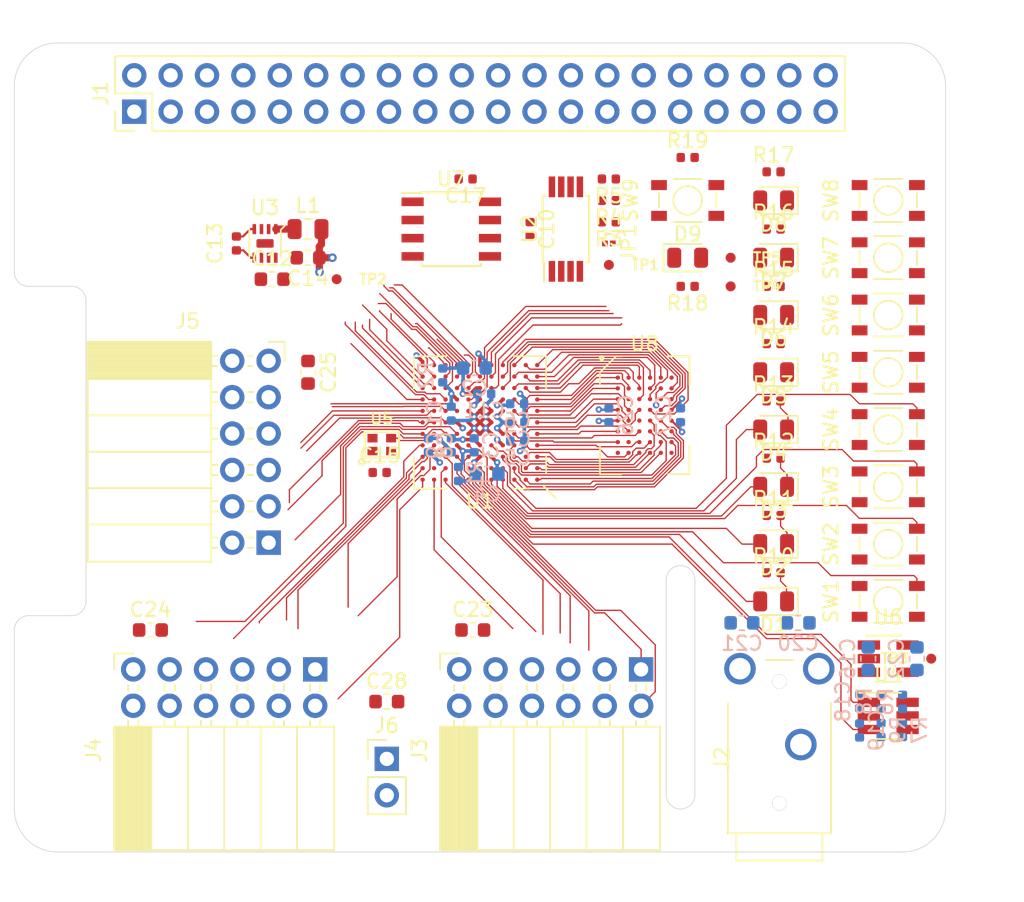
<source format=kicad_pcb>
(kicad_pcb (version 20171130) (host pcbnew 5.1.2+dfsg1-1)
  (layers (0 F.Cu signal) (1 In1.Cu power hide) (2 In2.Cu power) (31 B.Cu signal) (34 B.Paste user) (35 F.Paste user) (36 B.SilkS user hide) (37 F.SilkS user hide) (38 B.Mask user) (39 F.Mask user) (44 Edge.Cuts user))
  (net 0 "")
  (net 1 GND)
  (net 2 +1V2)
  (net 3 "Net-(C2-Pad2)")
  (net 4 "Net-(C2-Pad1)")
  (net 5 "Net-(C4-Pad2)")
  (net 6 "Net-(C4-Pad1)")
  (net 7 +3V3)
  (net 8 +5V)
  (net 9 "Net-(C13-Pad2)")
  (net 10 "Net-(C18-Pad1)")
  (net 11 "Net-(C19-Pad1)")
  (net 12 "Net-(C20-Pad1)")
  (net 13 "Net-(C21-Pad1)")
  (net 14 +3.3VDAC)
  (net 15 "Net-(D1-Pad1)")
  (net 16 /LED0)
  (net 17 /LED1)
  (net 18 "Net-(D2-Pad1)")
  (net 19 "Net-(D3-Pad1)")
  (net 20 /LED2)
  (net 21 /LED3)
  (net 22 "Net-(D4-Pad1)")
  (net 23 /LED4)
  (net 24 "Net-(D5-Pad1)")
  (net 25 "Net-(D6-Pad1)")
  (net 26 /LED5)
  (net 27 /LED6)
  (net 28 "Net-(D7-Pad1)")
  (net 29 "Net-(D8-Pad1)")
  (net 30 /LED7)
  (net 31 /GP13_FPGA_CDONE)
  (net 32 "Net-(J1-Pad3)")
  (net 33 "Net-(J1-Pad5)")
  (net 34 "Net-(J1-Pad7)")
  (net 35 /GP14_UART_TXD)
  (net 36 /GP15_UART_RXD)
  (net 37 "Net-(J1-Pad11)")
  (net 38 "Net-(J1-Pad12)")
  (net 39 /GP27_SDIO_DAT3)
  (net 40 /GP22_SDIO_CLK)
  (net 41 /GP23_SDIO_CMD)
  (net 42 /GP24_SDIO_DAT0)
  (net 43 /GP10_SPI_MOSI)
  (net 44 /GP9_SPI_MISO)
  (net 45 /GP25_SDIO_DAT1)
  (net 46 /GP11_SPI_SCK)
  (net 47 /GP8_SPI_~CS)
  (net 48 "Net-(J1-Pad26)")
  (net 49 /ID_SD)
  (net 50 /ID_SC)
  (net 51 "Net-(J1-Pad29)")
  (net 52 "Net-(J1-Pad31)")
  (net 53 /GP12_FPGA_~RST)
  (net 54 "Net-(J1-Pad35)")
  (net 55 "Net-(J1-Pad36)")
  (net 56 /GP26_SDIO_DAT2)
  (net 57 "Net-(J1-Pad38)")
  (net 58 "Net-(J1-Pad40)")
  (net 59 /IO0_0)
  (net 60 /IO0_1)
  (net 61 /IO0_2)
  (net 62 /IO0_3)
  (net 63 /IO0_4)
  (net 64 /IO0_5)
  (net 65 /IO0_6)
  (net 66 /IO0_7)
  (net 67 /IO1_7)
  (net 68 /IO1_6)
  (net 69 /IO1_5)
  (net 70 /IO1_4)
  (net 71 /IO1_3)
  (net 72 /IO1_2)
  (net 73 /IO1_1)
  (net 74 /IO1_0)
  (net 75 /IO2_0)
  (net 76 /IO2_1)
  (net 77 /IO2_2)
  (net 78 /IO2_3)
  (net 79 /IO2_4)
  (net 80 /IO2_5)
  (net 81 /IO2_6)
  (net 82 /IO2_7)
  (net 83 "Net-(JP1-Pad1)")
  (net 84 "Net-(L1-Pad1)")
  (net 85 "Net-(R6-Pad2)")
  (net 86 "Net-(R7-Pad2)")
  (net 87 /SW0)
  (net 88 /SW1)
  (net 89 /SW2)
  (net 90 /SW3)
  (net 91 /SW4)
  (net 92 /SW5)
  (net 93 /SW6)
  (net 94 /SW7)
  (net 95 /SRAM_DQ0)
  (net 96 /SRAM_DQ5)
  (net 97 /SRAM_DQ7)
  (net 98 /SRAM_DQ6)
  (net 99 /SRAM_DQ12)
  (net 100 /SRAM_A9)
  (net 101 /SRAM_A2)
  (net 102 /SRAM_A4)
  (net 103 /SRAM_A5)
  (net 104 /SRAM_A10)
  (net 105 /SRAM_DQ1)
  (net 106 /SRAM_DQ4)
  (net 107 /SRAM_DQ8)
  (net 108 /SRAM_DQ10)
  (net 109 /SRAM_DQ13)
  (net 110 /SRAM_DQ15)
  (net 111 /SRAM_A3)
  (net 112 /SRAM_A7)
  (net 113 /SRAM_A6)
  (net 114 /SRAM_A12)
  (net 115 /SRAM_DQ3)
  (net 116 /SRAM_DQ9)
  (net 117 /SRAM_DQ11)
  (net 118 /SRAM_A8)
  (net 119 /SRAM_A0)
  (net 120 /SRAM_A1)
  (net 121 /SRAM_A11)
  (net 122 /SRAM_A13)
  (net 123 /SRAM_A15)
  (net 124 /SRAM_DQ2)
  (net 125 /SRAM_DQ14)
  (net 126 /SRAM_A14)
  (net 127 /SRAM_A17)
  (net 128 /SRAM_A16)
  (net 129 /SRAM_~WE)
  (net 130 /SRAM_~OE)
  (net 131 /SRAM_~LB)
  (net 132 /SRAM_~UB)
  (net 133 /AUDIO_R_PWM)
  (net 134 "Net-(U1-PadB10)")
  (net 135 /CLK_OSC)
  (net 136 /AUDIO_L_PWM)
  (module fpga_hat:BGA-121_11x11_9.0x9.0mm (layer F.Cu) (at 132.5 106.5 180)
    (fp_text reference U1 (at 0 -5.5) (layer F.SilkS))
    (fp_text value iCE40-HX8k-BG121)
    (pad A1 smd circle (at -4 -4 180) (size 0.3 0.3) (layers F.Cu F.Paste F.Mask) (net 97 /SRAM_DQ7))
    (pad B1 smd circle (at -4 -3.2 180) (size 0.3 0.3) (layers F.Cu F.Paste F.Mask) (net 129 /SRAM_~WE))
    (pad C1 smd circle (at -4 -2.4 180) (size 0.3 0.3) (layers F.Cu F.Paste F.Mask) (net 100 /SRAM_A9))
    (pad D1 smd circle (at -4 -1.6 180) (size 0.3 0.3) (layers F.Cu F.Paste F.Mask) (net 114 /SRAM_A12))
    (pad E1 smd circle (at -4 -0.8 180) (size 0.3 0.3) (layers F.Cu F.Paste F.Mask) (net 125 /SRAM_DQ14))
    (pad F1 smd circle (at -4 0 180) (size 0.3 0.3) (layers F.Cu F.Paste F.Mask) (net 99 /SRAM_DQ12))
    (pad G1 smd circle (at -4 0.8 180) (size 0.3 0.3) (layers F.Cu F.Paste F.Mask) (net 107 /SRAM_DQ8))
    (pad H1 smd circle (at -4 1.6 180) (size 0.3 0.3) (layers F.Cu F.Paste F.Mask) (net 132 /SRAM_~UB))
    (pad J1 smd circle (at -4 2.4 180) (size 0.3 0.3) (layers F.Cu F.Paste F.Mask) (net 119 /SRAM_A0))
    (pad K1 smd circle (at -4 3.2 180) (size 0.3 0.3) (layers F.Cu F.Paste F.Mask) (net 102 /SRAM_A4))
    (pad L1 smd circle (at -4 4 180) (size 0.3 0.3) (layers F.Cu F.Paste F.Mask) (net 95 /SRAM_DQ0))
    (pad A2 smd circle (at -3.2 -4 180) (size 0.3 0.3) (layers F.Cu F.Paste F.Mask) (net 96 /SRAM_DQ5))
    (pad B2 smd circle (at -3.2 -3.2 180) (size 0.3 0.3) (layers F.Cu F.Paste F.Mask) (net 104 /SRAM_A10))
    (pad C2 smd circle (at -3.2 -2.4 180) (size 0.3 0.3) (layers F.Cu F.Paste F.Mask) (net 122 /SRAM_A13))
    (pad D2 smd circle (at -3.2 -1.6 180) (size 0.3 0.3) (layers F.Cu F.Paste F.Mask) (net 118 /SRAM_A8))
    (pad E2 smd circle (at -3.2 -0.8 180) (size 0.3 0.3) (layers F.Cu F.Paste F.Mask) (net 109 /SRAM_DQ13))
    (pad F2 smd circle (at -3.2 0 180) (size 0.3 0.3) (layers F.Cu F.Paste F.Mask) (net 116 /SRAM_DQ9))
    (pad G2 smd circle (at -3.2 0.8 180) (size 0.3 0.3) (layers F.Cu F.Paste F.Mask) (net 108 /SRAM_DQ10))
    (pad H2 smd circle (at -3.2 1.6 180) (size 0.3 0.3) (layers F.Cu F.Paste F.Mask) (net 130 /SRAM_~OE))
    (pad J2 smd circle (at -3.2 2.4 180) (size 0.3 0.3) (layers F.Cu F.Paste F.Mask) (net 111 /SRAM_A3))
    (pad K2 smd circle (at -3.2 3.2 180) (size 0.3 0.3) (layers F.Cu F.Paste F.Mask) (net 120 /SRAM_A1))
    (pad L2 smd circle (at -3.2 4 180) (size 0.3 0.3) (layers F.Cu F.Paste F.Mask) (net 113 /SRAM_A6))
    (pad A3 smd circle (at -2.4 -4 180) (size 0.3 0.3) (layers F.Cu F.Paste F.Mask) (net 106 /SRAM_DQ4))
    (pad B3 smd circle (at -2.4 -3.2 180) (size 0.3 0.3) (layers F.Cu F.Paste F.Mask) (net 98 /SRAM_DQ6))
    (pad C3 smd circle (at -2.4 -2.4 180) (size 0.3 0.3) (layers F.Cu F.Paste F.Mask) (net 123 /SRAM_A15))
    (pad D3 smd circle (at -2.4 -1.6 180) (size 0.3 0.3) (layers F.Cu F.Paste F.Mask) (net 121 /SRAM_A11))
    (pad E3 smd circle (at -2.4 -0.8 180) (size 0.3 0.3) (layers F.Cu F.Paste F.Mask) (net 126 /SRAM_A14))
    (pad F3 smd circle (at -2.4 0 180) (size 0.3 0.3) (layers F.Cu F.Paste F.Mask) (net 127 /SRAM_A17))
    (pad G3 smd circle (at -2.4 0.8 180) (size 0.3 0.3) (layers F.Cu F.Paste F.Mask) (net 117 /SRAM_DQ11))
    (pad H3 smd circle (at -2.4 1.6 180) (size 0.3 0.3) (layers F.Cu F.Paste F.Mask) (net 131 /SRAM_~LB))
    (pad J3 smd circle (at -2.4 2.4 180) (size 0.3 0.3) (layers F.Cu F.Paste F.Mask) (net 103 /SRAM_A5))
    (pad K3 smd circle (at -2.4 3.2 180) (size 0.3 0.3) (layers F.Cu F.Paste F.Mask) (net 101 /SRAM_A2))
    (pad L3 smd circle (at -2.4 4 180) (size 0.3 0.3) (layers F.Cu F.Paste F.Mask) (net 105 /SRAM_DQ1))
    (pad A4 smd circle (at -1.6 -4 180) (size 0.3 0.3) (layers F.Cu F.Paste F.Mask) (net 89 /SW2))
    (pad B4 smd circle (at -1.6 -3.2 180) (size 0.3 0.3) (layers F.Cu F.Paste F.Mask) (net 21 /LED3))
    (pad C4 smd circle (at -1.6 -2.4 180) (size 0.3 0.3) (layers F.Cu F.Paste F.Mask) (net 90 /SW3))
    (pad D4 smd circle (at -1.6 -1.6 180) (size 0.3 0.3) (layers F.Cu F.Paste F.Mask) (net 2 +1V2))
    (pad E4 smd circle (at -1.6 -0.8 180) (size 0.3 0.3) (layers F.Cu F.Paste F.Mask) (net 7 +3V3))
    (pad F4 smd circle (at -1.6 0 180) (size 0.3 0.3) (layers F.Cu F.Paste F.Mask) (net 110 /SRAM_DQ15))
    (pad G4 smd circle (at -1.6 0.8 180) (size 0.3 0.3) (layers F.Cu F.Paste F.Mask) (net 7 +3V3))
    (pad H4 smd circle (at -1.6 1.6 180) (size 0.3 0.3) (layers F.Cu F.Paste F.Mask) (net 2 +1V2))
    (pad J4 smd circle (at -1.6 2.4 180) (size 0.3 0.3) (layers F.Cu F.Paste F.Mask) (net 124 /SRAM_DQ2))
    (pad K4 smd circle (at -1.6 3.2 180) (size 0.3 0.3) (layers F.Cu F.Paste F.Mask) (net 115 /SRAM_DQ3))
    (pad L4 smd circle (at -1.6 4 180) (size 0.3 0.3) (layers F.Cu F.Paste F.Mask) (net 112 /SRAM_A7))
    (pad A5 smd circle (at -0.8 -4 180) (size 0.3 0.3) (layers F.Cu F.Paste F.Mask) (net 88 /SW1))
    (pad B5 smd circle (at -0.8 -3.2 180) (size 0.3 0.3) (layers F.Cu F.Paste F.Mask) (net 20 /LED2))
    (pad C5 smd circle (at -0.8 -2.4 180) (size 0.3 0.3) (layers F.Cu F.Paste F.Mask) (net 5 "Net-(C4-Pad2)"))
    (pad D5 smd circle (at -0.8 -1.6 180) (size 0.3 0.3) (layers F.Cu F.Paste F.Mask) (net 128 /SRAM_A16))
    (pad E5 smd circle (at -0.8 -0.8 180) (size 0.3 0.3) (layers F.Cu F.Paste F.Mask) (net 1 GND))
    (pad F5 smd circle (at -0.8 0 180) (size 0.3 0.3) (layers F.Cu F.Paste F.Mask) (net 1 GND))
    (pad G5 smd circle (at -0.8 0.8 180) (size 0.3 0.3) (layers F.Cu F.Paste F.Mask) (net 1 GND))
    (pad H5 smd circle (at -0.8 1.6 180) (size 0.3 0.3) (layers F.Cu F.Paste F.Mask) (net 1 GND))
    (pad J5 smd circle (at -0.8 2.4 180) (size 0.3 0.3) (layers F.Cu F.Paste F.Mask) (net 77 /IO2_2))
    (pad K5 smd circle (at -0.8 3.2 180) (size 0.3 0.3) (layers F.Cu F.Paste F.Mask) (net 67 /IO1_7))
    (pad L5 smd circle (at -0.8 4 180) (size 0.3 0.3) (layers F.Cu F.Paste F.Mask) (net 56 /GP26_SDIO_DAT2))
    (pad A6 smd circle (at 0 -4 180) (size 0.3 0.3) (layers F.Cu F.Paste F.Mask) (net 16 /LED0))
    (pad B6 smd circle (at 0 -3.2 180) (size 0.3 0.3) (layers F.Cu F.Paste F.Mask) (net 87 /SW0))
    (pad C6 smd circle (at 0 -2.4 180) (size 0.3 0.3) (layers F.Cu F.Paste F.Mask) (net 6 "Net-(C4-Pad1)"))
    (pad D6 smd circle (at 0 -1.6 180) (size 0.3 0.3) (layers F.Cu F.Paste F.Mask) (net 7 +3V3))
    (pad E6 smd circle (at 0 -0.8 180) (size 0.3 0.3) (layers F.Cu F.Paste F.Mask) (net 1 GND))
    (pad F6 smd circle (at 0 0 180) (size 0.3 0.3) (layers F.Cu F.Paste F.Mask) (net 1 GND))
    (pad G6 smd circle (at 0 0.8 180) (size 0.3 0.3) (layers F.Cu F.Paste F.Mask) (net 1 GND))
    (pad H6 smd circle (at 0 1.6 180) (size 0.3 0.3) (layers F.Cu F.Paste F.Mask) (net 7 +3V3))
    (pad J6 smd circle (at 0 2.4 180) (size 0.3 0.3) (layers F.Cu F.Paste F.Mask) (net 4 "Net-(C2-Pad1)"))
    (pad K6 smd circle (at 0 3.2 180) (size 0.3 0.3) (layers F.Cu F.Paste F.Mask) (net 40 /GP22_SDIO_CLK))
    (pad L6 smd circle (at 0 4 180) (size 0.3 0.3) (layers F.Cu F.Paste F.Mask) (net 3 "Net-(C2-Pad2)"))
    (pad A7 smd circle (at 0.8 -4 180) (size 0.3 0.3) (layers F.Cu F.Paste F.Mask) (net 63 /IO0_4))
    (pad B7 smd circle (at 0.8 -3.2 180) (size 0.3 0.3) (layers F.Cu F.Paste F.Mask) (net 136 /AUDIO_L_PWM))
    (pad C7 smd circle (at 0.8 -2.4 180) (size 0.3 0.3) (layers F.Cu F.Paste F.Mask) (net 133 /AUDIO_R_PWM))
    (pad D7 smd circle (at 0.8 -1.6 180) (size 0.3 0.3) (layers F.Cu F.Paste F.Mask) (net 17 /LED1))
    (pad E7 smd circle (at 0.8 -0.8 180) (size 0.3 0.3) (layers F.Cu F.Paste F.Mask) (net 1 GND))
    (pad F7 smd circle (at 0.8 0 180) (size 0.3 0.3) (layers F.Cu F.Paste F.Mask) (net 1 GND))
    (pad G7 smd circle (at 0.8 0.8 180) (size 0.3 0.3) (layers F.Cu F.Paste F.Mask) (net 1 GND))
    (pad H7 smd circle (at 0.8 1.6 180) (size 0.3 0.3) (layers F.Cu F.Paste F.Mask) (net 79 /IO2_4))
    (pad J7 smd circle (at 0.8 2.4 180) (size 0.3 0.3) (layers F.Cu F.Paste F.Mask) (net 78 /IO2_3))
    (pad K7 smd circle (at 0.8 3.2 180) (size 0.3 0.3) (layers F.Cu F.Paste F.Mask) (net 73 /IO1_1))
    (pad L7 smd circle (at 0.8 4 180) (size 0.3 0.3) (layers F.Cu F.Paste F.Mask) (net 41 /GP23_SDIO_CMD))
    (pad A8 smd circle (at 1.6 -4 180) (size 0.3 0.3) (layers F.Cu F.Paste F.Mask) (net 74 /IO1_0))
    (pad B8 smd circle (at 1.6 -3.2 180) (size 0.3 0.3) (layers F.Cu F.Paste F.Mask) (net 72 /IO1_2))
    (pad C8 smd circle (at 1.6 -2.4 180) (size 0.3 0.3) (layers F.Cu F.Paste F.Mask) (net 59 /IO0_0))
    (pad D8 smd circle (at 1.6 -1.6 180) (size 0.3 0.3) (layers F.Cu F.Paste F.Mask) (net 2 +1V2))
    (pad E8 smd circle (at 1.6 -0.8 180) (size 0.3 0.3) (layers F.Cu F.Paste F.Mask) (net 76 /IO2_1))
    (pad F8 smd circle (at 1.6 0 180) (size 0.3 0.3) (layers F.Cu F.Paste F.Mask) (net 7 +3V3))
    (pad G8 smd circle (at 1.6 0.8 180) (size 0.3 0.3) (layers F.Cu F.Paste F.Mask) (net 75 /IO2_0))
    (pad H8 smd circle (at 1.6 1.6 180) (size 0.3 0.3) (layers F.Cu F.Paste F.Mask) (net 2 +1V2))
    (pad J8 smd circle (at 1.6 2.4 180) (size 0.3 0.3) (layers F.Cu F.Paste F.Mask) (net 39 /GP27_SDIO_DAT3))
    (pad K8 smd circle (at 1.6 3.2 180) (size 0.3 0.3) (layers F.Cu F.Paste F.Mask) (net 31 /GP13_FPGA_CDONE))
    (pad L8 smd circle (at 1.6 4 180) (size 0.3 0.3) (layers F.Cu F.Paste F.Mask) (net 42 /GP24_SDIO_DAT0))
    (pad A9 smd circle (at 2.4 -4 180) (size 0.3 0.3) (layers F.Cu F.Paste F.Mask) (net 64 /IO0_5))
    (pad B9 smd circle (at 2.4 -3.2 180) (size 0.3 0.3) (layers F.Cu F.Paste F.Mask) (net 62 /IO0_3))
    (pad C9 smd circle (at 2.4 -2.4 180) (size 0.3 0.3) (layers F.Cu F.Paste F.Mask) (net 61 /IO0_2))
    (pad D9 smd circle (at 2.4 -1.6 180) (size 0.3 0.3) (layers F.Cu F.Paste F.Mask) (net 91 /SW4))
    (pad E9 smd circle (at 2.4 -0.8 180) (size 0.3 0.3) (layers F.Cu F.Paste F.Mask) (net 68 /IO1_6))
    (pad F9 smd circle (at 2.4 0 180) (size 0.3 0.3) (layers F.Cu F.Paste F.Mask) (net 70 /IO1_4))
    (pad G9 smd circle (at 2.4 0.8 180) (size 0.3 0.3) (layers F.Cu F.Paste F.Mask) (net 27 /LED6))
    (pad H9 smd circle (at 2.4 1.6 180) (size 0.3 0.3) (layers F.Cu F.Paste F.Mask) (net 45 /GP25_SDIO_DAT1))
    (pad J9 smd circle (at 2.4 2.4 180) (size 0.3 0.3) (layers F.Cu F.Paste F.Mask) (net 44 /GP9_SPI_MISO))
    (pad K9 smd circle (at 2.4 3.2 180) (size 0.3 0.3) (layers F.Cu F.Paste F.Mask) (net 43 /GP10_SPI_MOSI))
    (pad L9 smd circle (at 2.4 4 180) (size 0.3 0.3) (layers F.Cu F.Paste F.Mask) (net 53 /GP12_FPGA_~RST))
    (pad A10 smd circle (at 3.2 -4 180) (size 0.3 0.3) (layers F.Cu F.Paste F.Mask) (net 60 /IO0_1))
    (pad B10 smd circle (at 3.2 -3.2 180) (size 0.3 0.3) (layers F.Cu F.Paste F.Mask) (net 134 "Net-(U1-PadB10)"))
    (pad C10 smd circle (at 3.2 -2.4 180) (size 0.3 0.3) (layers F.Cu F.Paste F.Mask) (net 7 +3V3))
    (pad D10 smd circle (at 3.2 -1.6 180) (size 0.3 0.3) (layers F.Cu F.Paste F.Mask) (net 94 /SW7))
    (pad E10 smd circle (at 3.2 -0.8 180) (size 0.3 0.3) (layers F.Cu F.Paste F.Mask) (net 135 /CLK_OSC))
    (pad F10 smd circle (at 3.2 0 180) (size 0.3 0.3) (layers F.Cu F.Paste F.Mask) (net 81 /IO2_6))
    (pad G10 smd circle (at 3.2 0.8 180) (size 0.3 0.3) (layers F.Cu F.Paste F.Mask) (net 26 /LED5))
    (pad H10 smd circle (at 3.2 1.6 180) (size 0.3 0.3) (layers F.Cu F.Paste F.Mask) (net 66 /IO0_7))
    (pad J10 smd circle (at 3.2 2.4 180) (size 0.3 0.3) (layers F.Cu F.Paste F.Mask) (net 69 /IO1_5))
    (pad K10 smd circle (at 3.2 3.2 180) (size 0.3 0.3) (layers F.Cu F.Paste F.Mask) (net 47 /GP8_SPI_~CS))
    (pad L10 smd circle (at 3.2 4 180) (size 0.3 0.3) (layers F.Cu F.Paste F.Mask) (net 46 /GP11_SPI_SCK))
    (pad A11 smd circle (at 4 -4 180) (size 0.3 0.3) (layers F.Cu F.Paste F.Mask) (net 65 /IO0_6))
    (pad B11 smd circle (at 4 -3.2 180) (size 0.3 0.3) (layers F.Cu F.Paste F.Mask) (net 36 /GP15_UART_RXD))
    (pad C11 smd circle (at 4 -2.4 180) (size 0.3 0.3) (layers F.Cu F.Paste F.Mask) (net 35 /GP14_UART_TXD))
    (pad D11 smd circle (at 4 -1.6 180) (size 0.3 0.3) (layers F.Cu F.Paste F.Mask) (net 93 /SW6))
    (pad E11 smd circle (at 4 -0.8 180) (size 0.3 0.3) (layers F.Cu F.Paste F.Mask) (net 92 /SW5))
    (pad F11 smd circle (at 4 0 180) (size 0.3 0.3) (layers F.Cu F.Paste F.Mask) (net 80 /IO2_5))
    (pad G11 smd circle (at 4 0.8 180) (size 0.3 0.3) (layers F.Cu F.Paste F.Mask) (net 30 /LED7))
    (pad H11 smd circle (at 4 1.6 180) (size 0.3 0.3) (layers F.Cu F.Paste F.Mask) (net 23 /LED4))
    (pad J11 smd circle (at 4 2.4 180) (size 0.3 0.3) (layers F.Cu F.Paste F.Mask) (net 82 /IO2_7))
    (pad K11 smd circle (at 4 3.2 180) (size 0.3 0.3) (layers F.Cu F.Paste F.Mask) (net 71 /IO1_3))
    (pad L11 smd circle (at 4 4 180) (size 0.3 0.3) (layers F.Cu F.Paste F.Mask) (net 7 +3V3))
  )
  (module Capacitor_SMD:C_0402_1005Metric (layer B.Cu) (at 128.9 108.1 90)
    (fp_text reference C8 (at 0 1.17 90) (layer B.SilkS) (effects (justify mirror)))
    (fp_text value 100n)
    (pad 2 smd roundrect (at 0.485 0 90) (size 0.59 0.64) (layers B.Cu B.Paste B.Mask) (net 1 GND))
    (pad 1 smd roundrect (at -0.485 0 90) (size 0.59 0.64) (layers B.Cu B.Paste B.Mask) (net 7 +3V3))
  )
  (module fpga_hat:MOUNTHOLE_M2.5 (layer F.Cu) (at 161.5 83.5)
    (fp_text reference REF** hide)
    (fp_text value MOUNTHOLE_M2.5 hide)
    (pad "" np_thru_hole circle (at 0 0) (size 2.75 2.75) (drill 2.75) (layers *.Cu *.Mask) (thermal_gap 1.9))
  )
  (module fpga_hat:MOUNTHOLE_M2.5 (layer F.Cu) (at 161.5 133)
    (fp_text reference REF** hide)
    (fp_text value MOUNTHOLE_M2.5 hide)
    (pad "" np_thru_hole circle (at 0 0) (size 2.75 2.75) (drill 2.75) (layers *.Cu *.Mask) (thermal_gap 1.9))
  )
  (module fpga_hat:MOUNTHOLE_M2.5 (layer F.Cu) (at 103.5 133)
    (fp_text reference REF** hide)
    (fp_text value MOUNTHOLE_M2.5 hide)
    (pad "" np_thru_hole circle (at 0 0) (size 2.75 2.75) (drill 2.75) (layers *.Cu *.Mask) (thermal_gap 1.9))
  )
  (module fpga_hat:MOUNTHOLE_M2.5 (layer F.Cu) (at 103.5 83.5)
    (fp_text reference REF** hide)
    (fp_text value MOUNTHOLE_M2.5 hide)
    (pad "" np_thru_hole circle (at 0 0) (size 2.75 2.75) (drill 2.75) (layers *.Cu *.Mask) (thermal_gap 1.9))
  )
  (module Capacitor_SMD:C_0402_1005Metric (layer B.Cu) (at 130.5 105.885 270)
    (fp_text reference C1 (at 0 1.17 90) (layer B.SilkS) (effects (justify mirror)))
    (fp_text value 100n)
    (pad 2 smd roundrect (at 0.485 0 270) (size 0.59 0.64) (layers B.Cu B.Paste B.Mask) (net 1 GND))
    (pad 1 smd roundrect (at -0.485 0 270) (size 0.59 0.64) (layers B.Cu B.Paste B.Mask) (net 2 +1V2))
  )
  (module Capacitor_SMD:C_0603_1608Metric (layer B.Cu) (at 132.1125 102.7)
    (fp_text reference C2 (at 0 1.43) (layer B.SilkS) (effects (justify mirror)))
    (fp_text value 4u7)
    (pad 2 smd roundrect (at 0.7875 0) (size 0.875 0.95) (layers B.Cu B.Paste B.Mask) (net 3 "Net-(C2-Pad2)"))
    (pad 1 smd roundrect (at -0.7875 0) (size 0.875 0.95) (layers B.Cu B.Paste B.Mask) (net 4 "Net-(C2-Pad1)"))
  )
  (module Capacitor_SMD:C_0402_1005Metric (layer B.Cu) (at 132.1 108.1 90)
    (fp_text reference C3 (at 0 1.17 90) (layer B.SilkS) (effects (justify mirror)))
    (fp_text value 100n)
    (pad 1 smd roundrect (at -0.485 0 90) (size 0.59 0.64) (layers B.Cu B.Paste B.Mask) (net 2 +1V2))
    (pad 2 smd roundrect (at 0.485 0 90) (size 0.59 0.64) (layers B.Cu B.Paste B.Mask) (net 1 GND))
  )
  (module Capacitor_SMD:C_0603_1608Metric (layer B.Cu) (at 133 110.1)
    (fp_text reference C4 (at 0 1.43) (layer B.SilkS) (effects (justify mirror)))
    (fp_text value 4u7)
    (pad 1 smd roundrect (at -0.7875 0) (size 0.875 0.95) (layers B.Cu B.Paste B.Mask) (net 6 "Net-(C4-Pad1)"))
    (pad 2 smd roundrect (at 0.7875 0) (size 0.875 0.95) (layers B.Cu B.Paste B.Mask) (net 5 "Net-(C4-Pad2)"))
  )
  (module Capacitor_SMD:C_0402_1005Metric (layer B.Cu) (at 135.1 107.8)
    (fp_text reference C5 (at 0 1.17 180) (layer B.SilkS) (effects (justify mirror)))
    (fp_text value 100n)
    (pad 1 smd roundrect (at -0.485 0) (size 0.59 0.64) (layers B.Cu B.Paste B.Mask) (net 2 +1V2))
    (pad 2 smd roundrect (at 0.485 0) (size 0.59 0.64) (layers B.Cu B.Paste B.Mask) (net 1 GND))
  )
  (module Capacitor_SMD:C_0402_1005Metric (layer B.Cu) (at 135.1 105.2)
    (fp_text reference C6 (at 0 1.17) (layer B.SilkS) (effects (justify mirror)))
    (fp_text value 100n)
    (pad 2 smd roundrect (at 0.485 0) (size 0.59 0.64) (layers B.Cu B.Paste B.Mask) (net 1 GND))
    (pad 1 smd roundrect (at -0.485 0) (size 0.59 0.64) (layers B.Cu B.Paste B.Mask) (net 2 +1V2))
  )
  (module Capacitor_SMD:C_0402_1005Metric (layer B.Cu) (at 135.115 106.5)
    (fp_text reference C7 (at 0 1.17 180) (layer B.SilkS) (effects (justify mirror)))
    (fp_text value 100n)
    (pad 2 smd roundrect (at 0.485 0) (size 0.59 0.64) (layers B.Cu B.Paste B.Mask) (net 1 GND))
    (pad 1 smd roundrect (at -0.485 0) (size 0.59 0.64) (layers B.Cu B.Paste B.Mask) (net 7 +3V3))
  )
  (module Capacitor_SMD:C_0402_1005Metric (layer B.Cu) (at 130.5 108.1 270)
    (fp_text reference C9 (at 0 1.17 90) (layer B.SilkS) (effects (justify mirror)))
    (fp_text value 100n)
    (pad 2 smd roundrect (at 0.485 0 270) (size 0.59 0.64) (layers B.Cu B.Paste B.Mask) (net 1 GND))
    (pad 1 smd roundrect (at -0.485 0 270) (size 0.59 0.64) (layers B.Cu B.Paste B.Mask) (net 7 +3V3))
  )
  (module Capacitor_SMD:C_0402_1005Metric (layer F.Cu) (at 136 93 270)
    (fp_text reference C10 (at 0 -1.17 90) (layer F.SilkS))
    (fp_text value 100n)
    (pad 2 smd roundrect (at 0.485 0 270) (size 0.59 0.64) (layers F.Cu F.Paste F.Mask) (net 1 GND))
    (pad 1 smd roundrect (at -0.485 0 270) (size 0.59 0.64) (layers F.Cu F.Paste F.Mask) (net 7 +3V3))
  )
  (module Capacitor_SMD:C_0402_1005Metric (layer B.Cu) (at 132.8 104.5)
    (fp_text reference C11 (at 0 1.17) (layer B.SilkS) (effects (justify mirror)))
    (fp_text value 100n)
    (pad 1 smd roundrect (at -0.485 0) (size 0.59 0.64) (layers B.Cu B.Paste B.Mask) (net 7 +3V3))
    (pad 2 smd roundrect (at 0.485 0) (size 0.59 0.64) (layers B.Cu B.Paste B.Mask) (net 1 GND))
  )
  (module Capacitor_SMD:C_0603_1608Metric (layer F.Cu) (at 118 96.5)
    (fp_text reference C12 (at 0 -1.43) (layer F.SilkS))
    (fp_text value 4u7)
    (pad 2 smd roundrect (at 0.7875 0) (size 0.875 0.95) (layers F.Cu F.Paste F.Mask) (net 1 GND))
    (pad 1 smd roundrect (at -0.7875 0) (size 0.875 0.95) (layers F.Cu F.Paste F.Mask) (net 8 +5V))
  )
  (module Capacitor_SMD:C_0402_1005Metric (layer F.Cu) (at 115.5 94 270)
    (fp_text reference C13 (at 0 1.5 90) (layer F.SilkS))
    (fp_text value 560p)
    (pad 1 smd roundrect (at -0.485 0 270) (size 0.59 0.64) (layers F.Cu F.Paste F.Mask) (net 2 +1V2))
    (pad 2 smd roundrect (at 0.485 0 270) (size 0.59 0.64) (layers F.Cu F.Paste F.Mask) (net 9 "Net-(C13-Pad2)"))
  )
  (module Capacitor_SMD:C_0603_1608Metric (layer F.Cu) (at 120.5 95 180)
    (fp_text reference C14 (at 0 -1.43) (layer F.SilkS))
    (fp_text value 4u7)
    (pad 2 smd roundrect (at 0.7875 0 180) (size 0.875 0.95) (layers F.Cu F.Paste F.Mask) (net 1 GND))
    (pad 1 smd roundrect (at -0.7875 0 180) (size 0.875 0.95) (layers F.Cu F.Paste F.Mask) (net 2 +1V2))
  )
  (module Capacitor_SMD:C_0402_1005Metric (layer F.Cu) (at 125.5 110)
    (fp_text reference C15 (at 0 -1.17) (layer F.SilkS))
    (fp_text value 100n)
    (pad 2 smd roundrect (at 0.485 0) (size 0.59 0.64) (layers F.Cu F.Paste F.Mask) (net 1 GND))
    (pad 1 smd roundrect (at -0.485 0) (size 0.59 0.64) (layers F.Cu F.Paste F.Mask) (net 7 +3V3))
  )
  (module Capacitor_SMD:C_0603_1608Metric (layer B.Cu) (at 159.6 123 270)
    (fp_text reference C16 (at 0 1.43 90) (layer B.SilkS) (effects (justify mirror)))
    (fp_text value 1u)
    (pad 1 smd roundrect (at -0.7875 0 270) (size 0.875 0.95) (layers B.Cu B.Paste B.Mask) (net 8 +5V))
    (pad 2 smd roundrect (at 0.7875 0 270) (size 0.875 0.95) (layers B.Cu B.Paste B.Mask) (net 1 GND))
  )
  (module Capacitor_SMD:C_0402_1005Metric (layer F.Cu) (at 131.5 89.5 180)
    (fp_text reference C17 (at 0 -1.17) (layer F.SilkS))
    (fp_text value 100n)
    (pad 1 smd roundrect (at -0.485 0 180) (size 0.59 0.64) (layers F.Cu F.Paste F.Mask) (net 7 +3V3))
    (pad 2 smd roundrect (at 0.485 0 180) (size 0.59 0.64) (layers F.Cu F.Paste F.Mask) (net 1 GND))
  )
  (module Capacitor_SMD:C_0402_1005Metric (layer B.Cu) (at 159 125.985 270)
    (fp_text reference C18 (at 0 1.17 90) (layer B.SilkS) (effects (justify mirror)))
    (fp_text value 100n)
    (pad 1 smd roundrect (at -0.485 0 270) (size 0.59 0.64) (layers B.Cu B.Paste B.Mask) (net 10 "Net-(C18-Pad1)"))
    (pad 2 smd roundrect (at 0.485 0 270) (size 0.59 0.64) (layers B.Cu B.Paste B.Mask) (net 1 GND))
  )
  (module Capacitor_SMD:C_0402_1005Metric (layer B.Cu) (at 159 128.015 90)
    (fp_text reference C19 (at 0 1.17 90) (layer B.SilkS) (effects (justify mirror)))
    (fp_text value 100n)
    (pad 1 smd roundrect (at -0.485 0 90) (size 0.59 0.64) (layers B.Cu B.Paste B.Mask) (net 11 "Net-(C19-Pad1)"))
    (pad 2 smd roundrect (at 0.485 0 90) (size 0.59 0.64) (layers B.Cu B.Paste B.Mask) (net 1 GND))
  )
  (module Capacitor_SMD:C_0603_1608Metric (layer B.Cu) (at 154.7125 120.5)
    (fp_text reference C20 (at 0 1.43) (layer B.SilkS) (effects (justify mirror)))
    (fp_text value 4u7)
    (pad 1 smd roundrect (at -0.7875 0) (size 0.875 0.95) (layers B.Cu B.Paste B.Mask) (net 12 "Net-(C20-Pad1)"))
    (pad 2 smd roundrect (at 0.7875 0) (size 0.875 0.95) (layers B.Cu B.Paste B.Mask) (net 10 "Net-(C18-Pad1)"))
  )
  (module Capacitor_SMD:C_0603_1608Metric (layer B.Cu) (at 150.7875 120.5)
    (fp_text reference C21 (at 0 1.43) (layer B.SilkS) (effects (justify mirror)))
    (fp_text value 4u7)
    (pad 1 smd roundrect (at -0.7875 0) (size 0.875 0.95) (layers B.Cu B.Paste B.Mask) (net 13 "Net-(C21-Pad1)"))
    (pad 2 smd roundrect (at 0.7875 0) (size 0.875 0.95) (layers B.Cu B.Paste B.Mask) (net 11 "Net-(C19-Pad1)"))
  )
  (module Capacitor_SMD:C_0603_1608Metric (layer B.Cu) (at 163 123 270)
    (fp_text reference C22 (at 0 1.43 90) (layer B.SilkS) (effects (justify mirror)))
    (fp_text value 1u)
    (pad 2 smd roundrect (at 0.7875 0 270) (size 0.875 0.95) (layers B.Cu B.Paste B.Mask) (net 1 GND))
    (pad 1 smd roundrect (at -0.7875 0 270) (size 0.875 0.95) (layers B.Cu B.Paste B.Mask) (net 14 +3.3VDAC))
  )
  (module Capacitor_SMD:C_0603_1608Metric (layer F.Cu) (at 132 121)
    (fp_text reference C23 (at 0 -1.43) (layer F.SilkS))
    (fp_text value 1u)
    (pad 2 smd roundrect (at 0.7875 0) (size 0.875 0.95) (layers F.Cu F.Paste F.Mask) (net 1 GND))
    (pad 1 smd roundrect (at -0.7875 0) (size 0.875 0.95) (layers F.Cu F.Paste F.Mask) (net 7 +3V3))
  )
  (module Capacitor_SMD:C_0603_1608Metric (layer F.Cu) (at 109.5 121)
    (fp_text reference C24 (at 0 -1.43) (layer F.SilkS))
    (fp_text value 1u)
    (pad 1 smd roundrect (at -0.7875 0) (size 0.875 0.95) (layers F.Cu F.Paste F.Mask) (net 7 +3V3))
    (pad 2 smd roundrect (at 0.7875 0) (size 0.875 0.95) (layers F.Cu F.Paste F.Mask) (net 1 GND))
  )
  (module Capacitor_SMD:C_0603_1608Metric (layer F.Cu) (at 120.5 103 270)
    (fp_text reference C25 (at 0 -1.43 90) (layer F.SilkS))
    (fp_text value 1u)
    (pad 2 smd roundrect (at 0.7875 0 270) (size 0.875 0.95) (layers F.Cu F.Paste F.Mask) (net 1 GND))
    (pad 1 smd roundrect (at -0.7875 0 270) (size 0.875 0.95) (layers F.Cu F.Paste F.Mask) (net 7 +3V3))
  )
  (module Capacitor_SMD:C_0402_1005Metric (layer B.Cu) (at 141.5 106 90)
    (fp_text reference C26 (at 0 1.17 270) (layer B.SilkS) (effects (justify mirror)))
    (fp_text value 100n)
    (pad 1 smd roundrect (at -0.485 0 90) (size 0.59 0.64) (layers B.Cu B.Paste B.Mask) (net 7 +3V3))
    (pad 2 smd roundrect (at 0.485 0 90) (size 0.59 0.64) (layers B.Cu B.Paste B.Mask) (net 1 GND))
  )
  (module Capacitor_SMD:C_0402_1005Metric (layer B.Cu) (at 146.5 106 270)
    (fp_text reference C27 (at 0 1.17 270) (layer B.SilkS) (effects (justify mirror)))
    (fp_text value 100n)
    (pad 2 smd roundrect (at 0.485 0 270) (size 0.59 0.64) (layers B.Cu B.Paste B.Mask) (net 1 GND))
    (pad 1 smd roundrect (at -0.485 0 270) (size 0.59 0.64) (layers B.Cu B.Paste B.Mask) (net 7 +3V3))
  )
  (module Capacitor_SMD:C_0603_1608Metric (layer F.Cu) (at 126 126)
    (fp_text reference C28 (at 0 -1.43) (layer F.SilkS))
    (fp_text value 1u)
    (pad 1 smd roundrect (at -0.7875 0) (size 0.875 0.95) (layers F.Cu F.Paste F.Mask) (net 8 +5V))
    (pad 2 smd roundrect (at 0.7875 0) (size 0.875 0.95) (layers F.Cu F.Paste F.Mask) (net 1 GND))
  )
  (module LED_SMD:LED_0805_2012Metric (layer F.Cu) (at 153 119 180)
    (fp_text reference D1 (at 0 -1.65) (layer F.SilkS))
    (fp_text value LED)
    (pad 1 smd roundrect (at -0.9375 0 180) (size 0.975 1.4) (layers F.Cu F.Paste F.Mask) (net 15 "Net-(D1-Pad1)"))
    (pad 2 smd roundrect (at 0.9375 0 180) (size 0.975 1.4) (layers F.Cu F.Paste F.Mask) (net 16 /LED0))
  )
  (module LED_SMD:LED_0805_2012Metric (layer F.Cu) (at 153 115 180)
    (fp_text reference D2 (at 0 -1.65) (layer F.SilkS))
    (fp_text value LED)
    (pad 1 smd roundrect (at -0.9375 0 180) (size 0.975 1.4) (layers F.Cu F.Paste F.Mask) (net 18 "Net-(D2-Pad1)"))
    (pad 2 smd roundrect (at 0.9375 0 180) (size 0.975 1.4) (layers F.Cu F.Paste F.Mask) (net 17 /LED1))
  )
  (module LED_SMD:LED_0805_2012Metric (layer F.Cu) (at 153 111 180)
    (fp_text reference D3 (at 0 -1.65) (layer F.SilkS))
    (fp_text value LED)
    (pad 2 smd roundrect (at 0.9375 0 180) (size 0.975 1.4) (layers F.Cu F.Paste F.Mask) (net 20 /LED2))
    (pad 1 smd roundrect (at -0.9375 0 180) (size 0.975 1.4) (layers F.Cu F.Paste F.Mask) (net 19 "Net-(D3-Pad1)"))
  )
  (module LED_SMD:LED_0805_2012Metric (layer F.Cu) (at 153 107 180)
    (fp_text reference D4 (at 0 -1.65) (layer F.SilkS))
    (fp_text value LED)
    (pad 1 smd roundrect (at -0.9375 0 180) (size 0.975 1.4) (layers F.Cu F.Paste F.Mask) (net 22 "Net-(D4-Pad1)"))
    (pad 2 smd roundrect (at 0.9375 0 180) (size 0.975 1.4) (layers F.Cu F.Paste F.Mask) (net 21 /LED3))
  )
  (module LED_SMD:LED_0805_2012Metric (layer F.Cu) (at 153 103 180)
    (fp_text reference D5 (at 0 -1.65) (layer F.SilkS))
    (fp_text value LED)
    (pad 2 smd roundrect (at 0.9375 0 180) (size 0.975 1.4) (layers F.Cu F.Paste F.Mask) (net 23 /LED4))
    (pad 1 smd roundrect (at -0.9375 0 180) (size 0.975 1.4) (layers F.Cu F.Paste F.Mask) (net 24 "Net-(D5-Pad1)"))
  )
  (module LED_SMD:LED_0805_2012Metric (layer F.Cu) (at 153 99 180)
    (fp_text reference D6 (at 0 -1.65) (layer F.SilkS))
    (fp_text value LED)
    (pad 1 smd roundrect (at -0.9375 0 180) (size 0.975 1.4) (layers F.Cu F.Paste F.Mask) (net 25 "Net-(D6-Pad1)"))
    (pad 2 smd roundrect (at 0.9375 0 180) (size 0.975 1.4) (layers F.Cu F.Paste F.Mask) (net 26 /LED5))
  )
  (module LED_SMD:LED_0805_2012Metric (layer F.Cu) (at 153 95 180)
    (fp_text reference D7 (at 0 -1.65) (layer F.SilkS))
    (fp_text value LED)
    (pad 2 smd roundrect (at 0.9375 0 180) (size 0.975 1.4) (layers F.Cu F.Paste F.Mask) (net 27 /LED6))
    (pad 1 smd roundrect (at -0.9375 0 180) (size 0.975 1.4) (layers F.Cu F.Paste F.Mask) (net 28 "Net-(D7-Pad1)"))
  )
  (module LED_SMD:LED_0805_2012Metric (layer F.Cu) (at 153 91 180)
    (fp_text reference D8 (at 0 -1.65) (layer F.SilkS))
    (fp_text value LED)
    (pad 1 smd roundrect (at -0.9375 0 180) (size 0.975 1.4) (layers F.Cu F.Paste F.Mask) (net 29 "Net-(D8-Pad1)"))
    (pad 2 smd roundrect (at 0.9375 0 180) (size 0.975 1.4) (layers F.Cu F.Paste F.Mask) (net 30 /LED7))
  )
  (module LED_SMD:LED_0805_2012Metric (layer F.Cu) (at 147 95)
    (fp_text reference D9 (at 0 -1.65) (layer F.SilkS))
    (fp_text value LED)
    (pad 2 smd roundrect (at 0.9375 0) (size 0.975 1.4) (layers F.Cu F.Paste F.Mask) (net 31 /GP13_FPGA_CDONE))
    (pad 1 smd roundrect (at -0.9375 0) (size 0.975 1.4) (layers F.Cu F.Paste F.Mask) (net 1 GND))
  )
  (module Connector_PinHeader_2.54mm:PinHeader_2x20_P2.54mm_Vertical (layer F.Cu) (at 108.37 84.8 90)
    (fp_text reference J1 (at 1.27 -2.33 90) (layer F.SilkS))
    (fp_text value 2x20)
    (pad 1 thru_hole rect (at 0 0 90) (size 1.7 1.7) (drill 1) (layers *.Cu *.Mask) (net 7 +3V3))
    (pad 2 thru_hole oval (at 2.54 0 90) (size 1.7 1.7) (drill 1) (layers *.Cu *.Mask) (net 8 +5V))
    (pad 3 thru_hole oval (at 0 2.54 90) (size 1.7 1.7) (drill 1) (layers *.Cu *.Mask) (net 32 "Net-(J1-Pad3)"))
    (pad 4 thru_hole oval (at 2.54 2.54 90) (size 1.7 1.7) (drill 1) (layers *.Cu *.Mask) (net 8 +5V))
    (pad 5 thru_hole oval (at 0 5.08 90) (size 1.7 1.7) (drill 1) (layers *.Cu *.Mask) (net 33 "Net-(J1-Pad5)"))
    (pad 6 thru_hole oval (at 2.54 5.08 90) (size 1.7 1.7) (drill 1) (layers *.Cu *.Mask) (net 1 GND))
    (pad 7 thru_hole oval (at 0 7.62 90) (size 1.7 1.7) (drill 1) (layers *.Cu *.Mask) (net 34 "Net-(J1-Pad7)"))
    (pad 8 thru_hole oval (at 2.54 7.62 90) (size 1.7 1.7) (drill 1) (layers *.Cu *.Mask) (net 35 /GP14_UART_TXD))
    (pad 9 thru_hole oval (at 0 10.16 90) (size 1.7 1.7) (drill 1) (layers *.Cu *.Mask) (net 1 GND))
    (pad 10 thru_hole oval (at 2.54 10.16 90) (size 1.7 1.7) (drill 1) (layers *.Cu *.Mask) (net 36 /GP15_UART_RXD))
    (pad 11 thru_hole oval (at 0 12.7 90) (size 1.7 1.7) (drill 1) (layers *.Cu *.Mask) (net 37 "Net-(J1-Pad11)"))
    (pad 12 thru_hole oval (at 2.54 12.7 90) (size 1.7 1.7) (drill 1) (layers *.Cu *.Mask) (net 38 "Net-(J1-Pad12)"))
    (pad 13 thru_hole oval (at 0 15.24 90) (size 1.7 1.7) (drill 1) (layers *.Cu *.Mask) (net 39 /GP27_SDIO_DAT3))
    (pad 14 thru_hole oval (at 2.54 15.24 90) (size 1.7 1.7) (drill 1) (layers *.Cu *.Mask) (net 1 GND))
    (pad 15 thru_hole oval (at 0 17.78 90) (size 1.7 1.7) (drill 1) (layers *.Cu *.Mask) (net 40 /GP22_SDIO_CLK))
    (pad 16 thru_hole oval (at 2.54 17.78 90) (size 1.7 1.7) (drill 1) (layers *.Cu *.Mask) (net 41 /GP23_SDIO_CMD))
    (pad 17 thru_hole oval (at 0 20.32 90) (size 1.7 1.7) (drill 1) (layers *.Cu *.Mask) (net 7 +3V3))
    (pad 18 thru_hole oval (at 2.54 20.32 90) (size 1.7 1.7) (drill 1) (layers *.Cu *.Mask) (net 42 /GP24_SDIO_DAT0))
    (pad 19 thru_hole oval (at 0 22.86 90) (size 1.7 1.7) (drill 1) (layers *.Cu *.Mask) (net 43 /GP10_SPI_MOSI))
    (pad 20 thru_hole oval (at 2.54 22.86 90) (size 1.7 1.7) (drill 1) (layers *.Cu *.Mask) (net 1 GND))
    (pad 21 thru_hole oval (at 0 25.4 90) (size 1.7 1.7) (drill 1) (layers *.Cu *.Mask) (net 44 /GP9_SPI_MISO))
    (pad 22 thru_hole oval (at 2.54 25.4 90) (size 1.7 1.7) (drill 1) (layers *.Cu *.Mask) (net 45 /GP25_SDIO_DAT1))
    (pad 23 thru_hole oval (at 0 27.94 90) (size 1.7 1.7) (drill 1) (layers *.Cu *.Mask) (net 46 /GP11_SPI_SCK))
    (pad 24 thru_hole oval (at 2.54 27.94 90) (size 1.7 1.7) (drill 1) (layers *.Cu *.Mask) (net 47 /GP8_SPI_~CS))
    (pad 25 thru_hole oval (at 0 30.48 90) (size 1.7 1.7) (drill 1) (layers *.Cu *.Mask) (net 1 GND))
    (pad 26 thru_hole oval (at 2.54 30.48 90) (size 1.7 1.7) (drill 1) (layers *.Cu *.Mask) (net 48 "Net-(J1-Pad26)"))
    (pad 27 thru_hole oval (at 0 33.02 90) (size 1.7 1.7) (drill 1) (layers *.Cu *.Mask) (net 49 /ID_SD))
    (pad 28 thru_hole oval (at 2.54 33.02 90) (size 1.7 1.7) (drill 1) (layers *.Cu *.Mask) (net 50 /ID_SC))
    (pad 29 thru_hole oval (at 0 35.56 90) (size 1.7 1.7) (drill 1) (layers *.Cu *.Mask) (net 51 "Net-(J1-Pad29)"))
    (pad 30 thru_hole oval (at 2.54 35.56 90) (size 1.7 1.7) (drill 1) (layers *.Cu *.Mask) (net 1 GND))
    (pad 31 thru_hole oval (at 0 38.1 90) (size 1.7 1.7) (drill 1) (layers *.Cu *.Mask) (net 52 "Net-(J1-Pad31)"))
    (pad 32 thru_hole oval (at 2.54 38.1 90) (size 1.7 1.7) (drill 1) (layers *.Cu *.Mask) (net 53 /GP12_FPGA_~RST))
    (pad 33 thru_hole oval (at 0 40.64 90) (size 1.7 1.7) (drill 1) (layers *.Cu *.Mask) (net 31 /GP13_FPGA_CDONE))
    (pad 34 thru_hole oval (at 2.54 40.64 90) (size 1.7 1.7) (drill 1) (layers *.Cu *.Mask) (net 1 GND))
    (pad 35 thru_hole oval (at 0 43.18 90) (size 1.7 1.7) (drill 1) (layers *.Cu *.Mask) (net 54 "Net-(J1-Pad35)"))
    (pad 36 thru_hole oval (at 2.54 43.18 90) (size 1.7 1.7) (drill 1) (layers *.Cu *.Mask) (net 55 "Net-(J1-Pad36)"))
    (pad 37 thru_hole oval (at 0 45.72 90) (size 1.7 1.7) (drill 1) (layers *.Cu *.Mask) (net 56 /GP26_SDIO_DAT2))
    (pad 38 thru_hole oval (at 2.54 45.72 90) (size 1.7 1.7) (drill 1) (layers *.Cu *.Mask) (net 57 "Net-(J1-Pad38)"))
    (pad 39 thru_hole oval (at 0 48.26 90) (size 1.7 1.7) (drill 1) (layers *.Cu *.Mask) (net 1 GND))
    (pad 40 thru_hole oval (at 2.54 48.26 90) (size 1.7 1.7) (drill 1) (layers *.Cu *.Mask) (net 58 "Net-(J1-Pad40)"))
  )
  (module fpga_hat:STX-3000_TRS_3.5mm (layer F.Cu) (at 153.4 129 90)
    (fp_text reference J2 (at -1 -4 90) (layer F.SilkS))
    (fp_text value AudioJack3)
    (pad ~ thru_hole circle (at -4.1 0 90) (size 1 1) (drill 1) (layers *.Cu *.Mask))
    (pad ~ thru_hole circle (at 4.4 0 90) (size 1 1) (drill 1) (layers *.Cu *.Mask))
    (pad S thru_hole circle (at 0 1.5 90) (size 2.2 2.2) (drill 1.5) (layers *.Cu *.Mask) (net 1 GND))
    (pad R thru_hole circle (at 5.3 -2.75 90) (size 2.2 2.2) (drill 1.5) (layers *.Cu *.Mask) (net 13 "Net-(C21-Pad1)"))
    (pad T thru_hole circle (at 5.3 2.75 90) (size 2.2 2.2) (drill 1.5) (layers *.Cu *.Mask) (net 12 "Net-(C20-Pad1)"))
  )
  (module fpga_hat:PinSocket_2x06_P2.54mm_Horizontal (layer F.Cu) (at 143.75 123.75 90)
    (fp_text reference J3 (at -5.65 -15.47 90) (layer F.SilkS))
    (fp_text value Conn_02x06_Top_Bottom)
    (pad 6 thru_hole circle (at 0 -12.7 90) (size 1.7 1.7) (drill 1) (layers *.Cu *.Mask) (net 7 +3V3))
    (pad 12 thru_hole oval (at -2.54 -12.7 90) (size 1.7 1.7) (drill 1) (layers *.Cu *.Mask) (net 7 +3V3))
    (pad 5 thru_hole oval (at 0 -10.16 90) (size 1.7 1.7) (drill 1) (layers *.Cu *.Mask) (net 1 GND))
    (pad 11 thru_hole oval (at -2.54 -10.16 90) (size 1.7 1.7) (drill 1) (layers *.Cu *.Mask) (net 1 GND))
    (pad 4 thru_hole oval (at 0 -7.62 90) (size 1.7 1.7) (drill 1) (layers *.Cu *.Mask) (net 62 /IO0_3))
    (pad 10 thru_hole oval (at -2.54 -7.62 90) (size 1.7 1.7) (drill 1) (layers *.Cu *.Mask) (net 66 /IO0_7))
    (pad 3 thru_hole oval (at 0 -5.08 90) (size 1.7 1.7) (drill 1) (layers *.Cu *.Mask) (net 61 /IO0_2))
    (pad 9 thru_hole oval (at -2.54 -5.08 90) (size 1.7 1.7) (drill 1) (layers *.Cu *.Mask) (net 65 /IO0_6))
    (pad 2 thru_hole oval (at 0 -2.54 90) (size 1.7 1.7) (drill 1) (layers *.Cu *.Mask) (net 60 /IO0_1))
    (pad 8 thru_hole oval (at -2.54 -2.54 90) (size 1.7 1.7) (drill 1) (layers *.Cu *.Mask) (net 64 /IO0_5))
    (pad 1 thru_hole rect (at 0 0 90) (size 1.7 1.7) (drill 1) (layers *.Cu *.Mask) (net 59 /IO0_0))
    (pad 7 thru_hole oval (at -2.54 0 90) (size 1.7 1.7) (drill 1) (layers *.Cu *.Mask) (net 63 /IO0_4))
  )
  (module fpga_hat:PinSocket_2x06_P2.54mm_Horizontal (layer F.Cu) (at 121 123.75 90)
    (fp_text reference J4 (at -5.65 -15.47 90) (layer F.SilkS))
    (fp_text value Conn_02x06_Top_Bottom)
    (pad 7 thru_hole oval (at -2.54 0 90) (size 1.7 1.7) (drill 1) (layers *.Cu *.Mask) (net 70 /IO1_4))
    (pad 1 thru_hole rect (at 0 0 90) (size 1.7 1.7) (drill 1) (layers *.Cu *.Mask) (net 74 /IO1_0))
    (pad 8 thru_hole oval (at -2.54 -2.54 90) (size 1.7 1.7) (drill 1) (layers *.Cu *.Mask) (net 69 /IO1_5))
    (pad 2 thru_hole oval (at 0 -2.54 90) (size 1.7 1.7) (drill 1) (layers *.Cu *.Mask) (net 73 /IO1_1))
    (pad 9 thru_hole oval (at -2.54 -5.08 90) (size 1.7 1.7) (drill 1) (layers *.Cu *.Mask) (net 68 /IO1_6))
    (pad 3 thru_hole oval (at 0 -5.08 90) (size 1.7 1.7) (drill 1) (layers *.Cu *.Mask) (net 72 /IO1_2))
    (pad 10 thru_hole oval (at -2.54 -7.62 90) (size 1.7 1.7) (drill 1) (layers *.Cu *.Mask) (net 67 /IO1_7))
    (pad 4 thru_hole oval (at 0 -7.62 90) (size 1.7 1.7) (drill 1) (layers *.Cu *.Mask) (net 71 /IO1_3))
    (pad 11 thru_hole oval (at -2.54 -10.16 90) (size 1.7 1.7) (drill 1) (layers *.Cu *.Mask) (net 1 GND))
    (pad 5 thru_hole oval (at 0 -10.16 90) (size 1.7 1.7) (drill 1) (layers *.Cu *.Mask) (net 1 GND))
    (pad 12 thru_hole oval (at -2.54 -12.7 90) (size 1.7 1.7) (drill 1) (layers *.Cu *.Mask) (net 7 +3V3))
    (pad 6 thru_hole circle (at 0 -12.7 90) (size 1.7 1.7) (drill 1) (layers *.Cu *.Mask) (net 7 +3V3))
  )
  (module fpga_hat:PinSocket_2x06_P2.54mm_Horizontal (layer F.Cu) (at 117.75 114.9)
    (fp_text reference J5 (at -5.65 -15.47) (layer F.SilkS))
    (fp_text value Conn_02x06_Top_Bottom)
    (pad 6 thru_hole circle (at 0 -12.7) (size 1.7 1.7) (drill 1) (layers *.Cu *.Mask) (net 7 +3V3))
    (pad 12 thru_hole oval (at -2.54 -12.7) (size 1.7 1.7) (drill 1) (layers *.Cu *.Mask) (net 7 +3V3))
    (pad 5 thru_hole oval (at 0 -10.16) (size 1.7 1.7) (drill 1) (layers *.Cu *.Mask) (net 1 GND))
    (pad 11 thru_hole oval (at -2.54 -10.16) (size 1.7 1.7) (drill 1) (layers *.Cu *.Mask) (net 1 GND))
    (pad 4 thru_hole oval (at 0 -7.62) (size 1.7 1.7) (drill 1) (layers *.Cu *.Mask) (net 78 /IO2_3))
    (pad 10 thru_hole oval (at -2.54 -7.62) (size 1.7 1.7) (drill 1) (layers *.Cu *.Mask) (net 82 /IO2_7))
    (pad 3 thru_hole oval (at 0 -5.08) (size 1.7 1.7) (drill 1) (layers *.Cu *.Mask) (net 77 /IO2_2))
    (pad 9 thru_hole oval (at -2.54 -5.08) (size 1.7 1.7) (drill 1) (layers *.Cu *.Mask) (net 81 /IO2_6))
    (pad 2 thru_hole oval (at 0 -2.54) (size 1.7 1.7) (drill 1) (layers *.Cu *.Mask) (net 76 /IO2_1))
    (pad 8 thru_hole oval (at -2.54 -2.54) (size 1.7 1.7) (drill 1) (layers *.Cu *.Mask) (net 80 /IO2_5))
    (pad 1 thru_hole rect (at 0 0) (size 1.7 1.7) (drill 1) (layers *.Cu *.Mask) (net 75 /IO2_0))
    (pad 7 thru_hole oval (at -2.54 0) (size 1.7 1.7) (drill 1) (layers *.Cu *.Mask) (net 79 /IO2_4))
  )
  (module Connector_PinHeader_2.54mm:PinHeader_1x02_P2.54mm_Vertical (layer F.Cu) (at 126 130)
    (fp_text reference J6 (at 0 -2.33) (layer F.SilkS))
    (fp_text value Conn_01x02)
    (pad 1 thru_hole rect (at 0 0) (size 1.7 1.7) (drill 1) (layers *.Cu *.Mask) (net 8 +5V))
    (pad 2 thru_hole oval (at 0 2.54) (size 1.7 1.7) (drill 1) (layers *.Cu *.Mask) (net 1 GND))
  )
  (module fpga_hat:SOLDER_JUMP (layer F.Cu) (at 141.5 94 90)
    (fp_text reference JP1 (at 0 1.4 90) (layer F.SilkS))
    (fp_text value "Solder jumper")
    (pad 1 smd rect (at 0 -0.275 90) (size 0.4 0.4) (layers F.Cu F.Paste F.Mask) (net 83 "Net-(JP1-Pad1)"))
    (pad 2 smd rect (at 0 0.275 90) (size 0.4 0.4) (layers F.Cu F.Paste F.Mask) (net 1 GND))
  )
  (module Inductor_SMD:L_0805_2012Metric (layer F.Cu) (at 120.5 93)
    (fp_text reference L1 (at 0 -1.65) (layer F.SilkS))
    (fp_text value 1u)
    (pad 1 smd roundrect (at -0.9375 0) (size 0.975 1.4) (layers F.Cu F.Paste F.Mask) (net 84 "Net-(L1-Pad1)"))
    (pad 2 smd roundrect (at 0.9375 0) (size 0.975 1.4) (layers F.Cu F.Paste F.Mask) (net 2 +1V2))
  )
  (module Resistor_SMD:R_0402_1005Metric (layer B.Cu) (at 131 110.1 90)
    (fp_text reference R1 (at 0 1.17 90) (layer B.SilkS) (effects (justify mirror)))
    (fp_text value 100)
    (pad 1 smd roundrect (at -0.485 0 90) (size 0.59 0.64) (layers B.Cu B.Paste B.Mask) (net 6 "Net-(C4-Pad1)"))
    (pad 2 smd roundrect (at 0.485 0 90) (size 0.59 0.64) (layers B.Cu B.Paste B.Mask) (net 2 +1V2))
  )
  (module Resistor_SMD:R_0402_1005Metric (layer B.Cu) (at 129.9 103.215 270)
    (fp_text reference R2 (at 0 1.17 90) (layer B.SilkS) (effects (justify mirror)))
    (fp_text value 100)
    (pad 2 smd roundrect (at 0.485 0 270) (size 0.59 0.64) (layers B.Cu B.Paste B.Mask) (net 2 +1V2))
    (pad 1 smd roundrect (at -0.485 0 270) (size 0.59 0.64) (layers B.Cu B.Paste B.Mask) (net 4 "Net-(C2-Pad1)"))
  )
  (module Resistor_SMD:R_0402_1005Metric (layer F.Cu) (at 141.5 92.5 180)
    (fp_text reference R3 (at 0 -1.17) (layer F.SilkS))
    (fp_text value 470)
    (pad 1 smd roundrect (at -0.485 0 180) (size 0.59 0.64) (layers F.Cu F.Paste F.Mask) (net 7 +3V3))
    (pad 2 smd roundrect (at 0.485 0 180) (size 0.59 0.64) (layers F.Cu F.Paste F.Mask) (net 83 "Net-(JP1-Pad1)"))
  )
  (module Resistor_SMD:R_0402_1005Metric (layer F.Cu) (at 141.5 91 180)
    (fp_text reference R4 (at 0 -1.17) (layer F.SilkS))
    (fp_text value 4k7)
    (pad 1 smd roundrect (at -0.485 0 180) (size 0.59 0.64) (layers F.Cu F.Paste F.Mask) (net 7 +3V3))
    (pad 2 smd roundrect (at 0.485 0 180) (size 0.59 0.64) (layers F.Cu F.Paste F.Mask) (net 50 /ID_SC))
  )
  (module Resistor_SMD:R_0402_1005Metric (layer F.Cu) (at 141.5 89.5 180)
    (fp_text reference R5 (at 0 -1.17) (layer F.SilkS))
    (fp_text value 4k7)
    (pad 2 smd roundrect (at 0.485 0 180) (size 0.59 0.64) (layers F.Cu F.Paste F.Mask) (net 50 /ID_SC))
    (pad 1 smd roundrect (at -0.485 0 180) (size 0.59 0.64) (layers F.Cu F.Paste F.Mask) (net 7 +3V3))
  )
  (module Resistor_SMD:R_0402_1005Metric (layer B.Cu) (at 162 126.015 270)
    (fp_text reference R6 (at 0 1.17 90) (layer B.SilkS) (effects (justify mirror)))
    (fp_text value 220)
    (pad 2 smd roundrect (at 0.485 0 270) (size 0.59 0.64) (layers B.Cu B.Paste B.Mask) (net 85 "Net-(R6-Pad2)"))
    (pad 1 smd roundrect (at -0.485 0 270) (size 0.59 0.64) (layers B.Cu B.Paste B.Mask) (net 10 "Net-(C18-Pad1)"))
  )
  (module Resistor_SMD:R_0402_1005Metric (layer B.Cu) (at 162 127.985 90)
    (fp_text reference R7 (at 0 1.17 90) (layer B.SilkS) (effects (justify mirror)))
    (fp_text value 220)
    (pad 2 smd roundrect (at 0.485 0 90) (size 0.59 0.64) (layers B.Cu B.Paste B.Mask) (net 86 "Net-(R7-Pad2)"))
    (pad 1 smd roundrect (at -0.485 0 90) (size 0.59 0.64) (layers B.Cu B.Paste B.Mask) (net 11 "Net-(C19-Pad1)"))
  )
  (module Resistor_SMD:R_0402_1005Metric (layer B.Cu) (at 160.5 125.985 270)
    (fp_text reference R8 (at 0 1.17 90) (layer B.SilkS) (effects (justify mirror)))
    (fp_text value 100)
    (pad 1 smd roundrect (at -0.485 0 270) (size 0.59 0.64) (layers B.Cu B.Paste B.Mask) (net 10 "Net-(C18-Pad1)"))
    (pad 2 smd roundrect (at 0.485 0 270) (size 0.59 0.64) (layers B.Cu B.Paste B.Mask) (net 1 GND))
  )
  (module Resistor_SMD:R_0402_1005Metric (layer B.Cu) (at 160.5 127.985 90)
    (fp_text reference R9 (at 0 1.17 90) (layer B.SilkS) (effects (justify mirror)))
    (fp_text value 100)
    (pad 1 smd roundrect (at -0.485 0 90) (size 0.59 0.64) (layers B.Cu B.Paste B.Mask) (net 11 "Net-(C19-Pad1)"))
    (pad 2 smd roundrect (at 0.485 0 90) (size 0.59 0.64) (layers B.Cu B.Paste B.Mask) (net 1 GND))
  )
  (module Resistor_SMD:R_0402_1005Metric (layer F.Cu) (at 153 117)
    (fp_text reference R10 (at 0 -1.17) (layer F.SilkS))
    (fp_text value 470)
    (pad 1 smd roundrect (at -0.485 0) (size 0.59 0.64) (layers F.Cu F.Paste F.Mask) (net 1 GND))
    (pad 2 smd roundrect (at 0.485 0) (size 0.59 0.64) (layers F.Cu F.Paste F.Mask) (net 15 "Net-(D1-Pad1)"))
  )
  (module Resistor_SMD:R_0402_1005Metric (layer F.Cu) (at 153 113)
    (fp_text reference R11 (at 0 -1.17) (layer F.SilkS))
    (fp_text value 470)
    (pad 1 smd roundrect (at -0.485 0) (size 0.59 0.64) (layers F.Cu F.Paste F.Mask) (net 1 GND))
    (pad 2 smd roundrect (at 0.485 0) (size 0.59 0.64) (layers F.Cu F.Paste F.Mask) (net 18 "Net-(D2-Pad1)"))
  )
  (module Resistor_SMD:R_0402_1005Metric (layer F.Cu) (at 153 109)
    (fp_text reference R12 (at 0 -1.17) (layer F.SilkS))
    (fp_text value 470)
    (pad 2 smd roundrect (at 0.485 0) (size 0.59 0.64) (layers F.Cu F.Paste F.Mask) (net 19 "Net-(D3-Pad1)"))
    (pad 1 smd roundrect (at -0.485 0) (size 0.59 0.64) (layers F.Cu F.Paste F.Mask) (net 1 GND))
  )
  (module Resistor_SMD:R_0402_1005Metric (layer F.Cu) (at 152.985 105)
    (fp_text reference R13 (at 0 -1.17) (layer F.SilkS))
    (fp_text value 470)
    (pad 1 smd roundrect (at -0.485 0) (size 0.59 0.64) (layers F.Cu F.Paste F.Mask) (net 1 GND))
    (pad 2 smd roundrect (at 0.485 0) (size 0.59 0.64) (layers F.Cu F.Paste F.Mask) (net 22 "Net-(D4-Pad1)"))
  )
  (module Resistor_SMD:R_0402_1005Metric (layer F.Cu) (at 153 101)
    (fp_text reference R14 (at 0 -1.17) (layer F.SilkS))
    (fp_text value 470)
    (pad 2 smd roundrect (at 0.485 0) (size 0.59 0.64) (layers F.Cu F.Paste F.Mask) (net 24 "Net-(D5-Pad1)"))
    (pad 1 smd roundrect (at -0.485 0) (size 0.59 0.64) (layers F.Cu F.Paste F.Mask) (net 1 GND))
  )
  (module Resistor_SMD:R_0402_1005Metric (layer F.Cu) (at 153 97)
    (fp_text reference R15 (at 0 -1.17) (layer F.SilkS))
    (fp_text value 470)
    (pad 2 smd roundrect (at 0.485 0) (size 0.59 0.64) (layers F.Cu F.Paste F.Mask) (net 25 "Net-(D6-Pad1)"))
    (pad 1 smd roundrect (at -0.485 0) (size 0.59 0.64) (layers F.Cu F.Paste F.Mask) (net 1 GND))
  )
  (module Resistor_SMD:R_0402_1005Metric (layer F.Cu) (at 153 93)
    (fp_text reference R16 (at 0 -1.17) (layer F.SilkS))
    (fp_text value 470)
    (pad 1 smd roundrect (at -0.485 0) (size 0.59 0.64) (layers F.Cu F.Paste F.Mask) (net 1 GND))
    (pad 2 smd roundrect (at 0.485 0) (size 0.59 0.64) (layers F.Cu F.Paste F.Mask) (net 28 "Net-(D7-Pad1)"))
  )
  (module Resistor_SMD:R_0402_1005Metric (layer F.Cu) (at 153 89)
    (fp_text reference R17 (at 0 -1.17) (layer F.SilkS))
    (fp_text value 470)
    (pad 2 smd roundrect (at 0.485 0) (size 0.59 0.64) (layers F.Cu F.Paste F.Mask) (net 29 "Net-(D8-Pad1)"))
    (pad 1 smd roundrect (at -0.485 0) (size 0.59 0.64) (layers F.Cu F.Paste F.Mask) (net 1 GND))
  )
  (module Resistor_SMD:R_0402_1005Metric (layer F.Cu) (at 147 97 180)
    (fp_text reference R18 (at 0 -1.17) (layer F.SilkS))
    (fp_text value 470)
    (pad 1 smd roundrect (at -0.485 0 180) (size 0.59 0.64) (layers F.Cu F.Paste F.Mask) (net 31 /GP13_FPGA_CDONE))
    (pad 2 smd roundrect (at 0.485 0 180) (size 0.59 0.64) (layers F.Cu F.Paste F.Mask) (net 7 +3V3))
  )
  (module Resistor_SMD:R_0402_1005Metric (layer F.Cu) (at 147 88)
    (fp_text reference R19 (at 0 -1.17) (layer F.SilkS))
    (fp_text value 4k7)
    (pad 2 smd roundrect (at 0.485 0) (size 0.59 0.64) (layers F.Cu F.Paste F.Mask) (net 53 /GP12_FPGA_~RST))
    (pad 1 smd roundrect (at -0.485 0) (size 0.59 0.64) (layers F.Cu F.Paste F.Mask) (net 7 +3V3))
  )
  (module fpga_hat:PTS815 (layer F.Cu) (at 161 119 270)
    (fp_text reference SW1 (at 0 4 270) (layer F.SilkS))
    (fp_text value PTS815)
    (pad ~ smd rect (at -1.075 2) (size 1.1 0.7) (layers F.Cu F.Paste F.Mask))
    (pad ~ smd rect (at 1.075 2) (size 1.1 0.7) (layers F.Cu F.Paste F.Mask))
    (pad 2 smd rect (at 1.075 -2) (size 1.1 0.7) (layers F.Cu F.Paste F.Mask) (net 1 GND))
    (pad 1 smd rect (at -1.075 -2) (size 1.1 0.7) (layers F.Cu F.Paste F.Mask) (net 87 /SW0))
  )
  (module fpga_hat:PTS815 (layer F.Cu) (at 161 115 270)
    (fp_text reference SW2 (at 0 4 270) (layer F.SilkS))
    (fp_text value PTS815)
    (pad 1 smd rect (at -1.075 -2) (size 1.1 0.7) (layers F.Cu F.Paste F.Mask) (net 88 /SW1))
    (pad 2 smd rect (at 1.075 -2) (size 1.1 0.7) (layers F.Cu F.Paste F.Mask) (net 1 GND))
    (pad ~ smd rect (at 1.075 2) (size 1.1 0.7) (layers F.Cu F.Paste F.Mask))
    (pad ~ smd rect (at -1.075 2) (size 1.1 0.7) (layers F.Cu F.Paste F.Mask))
  )
  (module fpga_hat:PTS815 (layer F.Cu) (at 161 111 270)
    (fp_text reference SW3 (at 0 4 270) (layer F.SilkS))
    (fp_text value PTS815)
    (pad ~ smd rect (at -1.075 2) (size 1.1 0.7) (layers F.Cu F.Paste F.Mask))
    (pad ~ smd rect (at 1.075 2) (size 1.1 0.7) (layers F.Cu F.Paste F.Mask))
    (pad 2 smd rect (at 1.075 -2) (size 1.1 0.7) (layers F.Cu F.Paste F.Mask) (net 1 GND))
    (pad 1 smd rect (at -1.075 -2) (size 1.1 0.7) (layers F.Cu F.Paste F.Mask) (net 89 /SW2))
  )
  (module fpga_hat:PTS815 (layer F.Cu) (at 161 107 270)
    (fp_text reference SW4 (at 0 4 270) (layer F.SilkS))
    (fp_text value PTS815)
    (pad ~ smd rect (at -1.075 2) (size 1.1 0.7) (layers F.Cu F.Paste F.Mask))
    (pad ~ smd rect (at 1.075 2) (size 1.1 0.7) (layers F.Cu F.Paste F.Mask))
    (pad 2 smd rect (at 1.075 -2) (size 1.1 0.7) (layers F.Cu F.Paste F.Mask) (net 1 GND))
    (pad 1 smd rect (at -1.075 -2) (size 1.1 0.7) (layers F.Cu F.Paste F.Mask) (net 90 /SW3))
  )
  (module fpga_hat:PTS815 (layer F.Cu) (at 161 103 270)
    (fp_text reference SW5 (at 0 4 270) (layer F.SilkS))
    (fp_text value PTS815)
    (pad 1 smd rect (at -1.075 -2) (size 1.1 0.7) (layers F.Cu F.Paste F.Mask) (net 91 /SW4))
    (pad 2 smd rect (at 1.075 -2) (size 1.1 0.7) (layers F.Cu F.Paste F.Mask) (net 1 GND))
    (pad ~ smd rect (at 1.075 2) (size 1.1 0.7) (layers F.Cu F.Paste F.Mask))
    (pad ~ smd rect (at -1.075 2) (size 1.1 0.7) (layers F.Cu F.Paste F.Mask))
  )
  (module fpga_hat:PTS815 (layer F.Cu) (at 161 99 270)
    (fp_text reference SW6 (at 0 4 270) (layer F.SilkS))
    (fp_text value PTS815)
    (pad 1 smd rect (at -1.075 -2) (size 1.1 0.7) (layers F.Cu F.Paste F.Mask) (net 92 /SW5))
    (pad 2 smd rect (at 1.075 -2) (size 1.1 0.7) (layers F.Cu F.Paste F.Mask) (net 1 GND))
    (pad ~ smd rect (at 1.075 2) (size 1.1 0.7) (layers F.Cu F.Paste F.Mask))
    (pad ~ smd rect (at -1.075 2) (size 1.1 0.7) (layers F.Cu F.Paste F.Mask))
  )
  (module fpga_hat:PTS815 (layer F.Cu) (at 161 95 270)
    (fp_text reference SW7 (at 0 4 270) (layer F.SilkS))
    (fp_text value PTS815)
    (pad ~ smd rect (at -1.075 2) (size 1.1 0.7) (layers F.Cu F.Paste F.Mask))
    (pad ~ smd rect (at 1.075 2) (size 1.1 0.7) (layers F.Cu F.Paste F.Mask))
    (pad 2 smd rect (at 1.075 -2) (size 1.1 0.7) (layers F.Cu F.Paste F.Mask) (net 1 GND))
    (pad 1 smd rect (at -1.075 -2) (size 1.1 0.7) (layers F.Cu F.Paste F.Mask) (net 93 /SW6))
  )
  (module fpga_hat:PTS815 (layer F.Cu) (at 161 91 270)
    (fp_text reference SW8 (at 0 4 270) (layer F.SilkS))
    (fp_text value PTS815)
    (pad 1 smd rect (at -1.075 -2) (size 1.1 0.7) (layers F.Cu F.Paste F.Mask) (net 94 /SW7))
    (pad 2 smd rect (at 1.075 -2) (size 1.1 0.7) (layers F.Cu F.Paste F.Mask) (net 1 GND))
    (pad ~ smd rect (at 1.075 2) (size 1.1 0.7) (layers F.Cu F.Paste F.Mask))
    (pad ~ smd rect (at -1.075 2) (size 1.1 0.7) (layers F.Cu F.Paste F.Mask))
  )
  (module fpga_hat:PTS815 (layer F.Cu) (at 147 91 270)
    (fp_text reference SW9 (at 0 4 270) (layer F.SilkS))
    (fp_text value PTS815)
    (pad ~ smd rect (at -1.075 2) (size 1.1 0.7) (layers F.Cu F.Paste F.Mask))
    (pad ~ smd rect (at 1.075 2) (size 1.1 0.7) (layers F.Cu F.Paste F.Mask))
    (pad 2 smd rect (at 1.075 -2) (size 1.1 0.7) (layers F.Cu F.Paste F.Mask) (net 1 GND))
    (pad 1 smd rect (at -1.075 -2) (size 1.1 0.7) (layers F.Cu F.Paste F.Mask) (net 53 /GP12_FPGA_~RST))
  )
  (module fpga_hat:Testpoint_d0.7mm (layer F.Cu) (at 141.5 95.5)
    (fp_text reference TP1 (at 2.54 0) (layer F.SilkS) (effects (font (size 0.7 0.7))))
    (fp_text value TestPoint)
    (pad 1 smd circle (at 0 0) (size 0.7 0.7) (layers F.Cu F.Mask) (net 83 "Net-(JP1-Pad1)"))
  )
  (module fpga_hat:Testpoint_d0.7mm (layer F.Cu) (at 122.5 96.5)
    (fp_text reference TP2 (at 2.54 0) (layer F.SilkS) (effects (font (size 0.7 0.7))))
    (fp_text value TestPoint)
    (pad 1 smd circle (at 0 0) (size 0.7 0.7) (layers F.Cu F.Mask) (net 2 +1V2))
  )
  (module fpga_hat:Testpoint_d0.7mm (layer F.Cu) (at 164 123 180)
    (fp_text reference TP3 (at 2.54 0) (layer F.SilkS) (effects (font (size 0.7 0.7))))
    (fp_text value TestPoint)
    (pad 1 smd circle (at 0 0 180) (size 0.7 0.7) (layers F.Cu F.Mask) (net 14 +3.3VDAC))
  )
  (module fpga_hat:Testpoint_d0.7mm (layer F.Cu) (at 150 97)
    (fp_text reference TP4 (at 2.54 0) (layer F.SilkS) (effects (font (size 0.7 0.7))))
    (fp_text value TestPoint)
    (pad 1 smd circle (at 0 0) (size 0.7 0.7) (layers F.Cu F.Mask) (net 31 /GP13_FPGA_CDONE))
  )
  (module fpga_hat:Testpoint_d0.7mm (layer F.Cu) (at 150 95)
    (fp_text reference TP5 (at 2.54 0) (layer F.SilkS) (effects (font (size 0.7 0.7))))
    (fp_text value TestPoint)
    (pad 1 smd circle (at 0 0) (size 0.7 0.7) (layers F.Cu F.Mask) (net 53 /GP12_FPGA_~RST))
  )
  (module Package_SO:TSSOP-8_4.4x3mm_P0.65mm (layer F.Cu) (at 138.5 93 90)
    (fp_text reference U2 (at 0 -2.55 90) (layer F.SilkS))
    (fp_text value CAT24C32WI)
    (pad 1 smd rect (at -2.95 -0.975 90) (size 1.45 0.45) (layers F.Cu F.Paste F.Mask) (net 1 GND))
    (pad 2 smd rect (at -2.95 -0.325 90) (size 1.45 0.45) (layers F.Cu F.Paste F.Mask) (net 1 GND))
    (pad 3 smd rect (at -2.95 0.325 90) (size 1.45 0.45) (layers F.Cu F.Paste F.Mask) (net 1 GND))
    (pad 4 smd rect (at -2.95 0.975 90) (size 1.45 0.45) (layers F.Cu F.Paste F.Mask) (net 1 GND))
    (pad 5 smd rect (at 2.95 0.975 90) (size 1.45 0.45) (layers F.Cu F.Paste F.Mask) (net 49 /ID_SD))
    (pad 6 smd rect (at 2.95 0.325 90) (size 1.45 0.45) (layers F.Cu F.Paste F.Mask) (net 50 /ID_SC))
    (pad 7 smd rect (at 2.95 -0.325 90) (size 1.45 0.45) (layers F.Cu F.Paste F.Mask) (net 83 "Net-(JP1-Pad1)"))
    (pad 8 smd rect (at 2.95 -0.975 90) (size 1.45 0.45) (layers F.Cu F.Paste F.Mask) (net 7 +3V3))
  )
  (module fpga_hat:DFN8_2x2_0.5mm (layer F.Cu) (at 117.5 94 270)
    (fp_text reference U3 (at -2.5 0 180) (layer F.SilkS))
    (fp_text value MIC23050-4YML)
    (pad 1 smd rect (at -1 -0.75 270) (size 0.7 0.25) (layers F.Cu F.Paste F.Mask) (net 84 "Net-(L1-Pad1)"))
    (pad 2 smd rect (at -1 -0.25 270) (size 0.7 0.25) (layers F.Cu F.Paste F.Mask) (net 8 +5V))
    (pad 3 smd rect (at -1 0.25 270) (size 0.7 0.25) (layers F.Cu F.Paste F.Mask))
    (pad 4 smd rect (at -1 0.75 270) (size 0.7 0.25) (layers F.Cu F.Paste F.Mask) (net 2 +1V2))
    (pad 5 smd rect (at 1 0.75 270) (size 0.7 0.25) (layers F.Cu F.Paste F.Mask) (net 9 "Net-(C13-Pad2)"))
    (pad 8 smd rect (at 1 -0.75 270) (size 0.7 0.25) (layers F.Cu F.Paste F.Mask) (net 1 GND))
    (pad 7 smd rect (at 1 -0.25 270) (size 0.7 0.25) (layers F.Cu F.Paste F.Mask) (net 8 +5V))
    (pad 6 smd rect (at 1 0.25 270) (size 0.7 0.25) (layers F.Cu F.Paste F.Mask) (net 1 GND))
    (pad 8 smd roundrect (at 0 0 270) (size 0.6 1.2) (layers F.Cu F.Paste F.Mask) (roundrect_rratio 0.167) (net 1 GND))
  )
  (module Package_TO_SOT_SMD:SOT-23-6_Handsoldering (layer F.Cu) (at 161 127)
    (fp_text reference U4 (at 0 -2.9) (layer F.SilkS))
    (fp_text value 74LVC2G07)
    (pad 1 smd rect (at -1.35 -0.95) (size 1.56 0.65) (layers F.Cu F.Paste F.Mask) (net 136 /AUDIO_L_PWM))
    (pad 2 smd rect (at -1.35 0) (size 1.56 0.65) (layers F.Cu F.Paste F.Mask) (net 1 GND))
    (pad 3 smd rect (at -1.35 0.95) (size 1.56 0.65) (layers F.Cu F.Paste F.Mask) (net 133 /AUDIO_R_PWM))
    (pad 4 smd rect (at 1.35 0.95) (size 1.56 0.65) (layers F.Cu F.Paste F.Mask) (net 86 "Net-(R7-Pad2)"))
    (pad 6 smd rect (at 1.35 -0.95) (size 1.56 0.65) (layers F.Cu F.Paste F.Mask) (net 85 "Net-(R6-Pad2)"))
    (pad 5 smd rect (at 1.35 0) (size 1.56 0.65) (layers F.Cu F.Paste F.Mask) (net 14 +3.3VDAC))
  )
  (module fpga_hat:LGA4_1.6x1.2mm (layer F.Cu) (at 125.65 108.05)
    (fp_text reference U5 (at 0 -1.8) (layer F.SilkS) (effects (font (size 0.8 0.8))))
    (fp_text value DSC60XX)
    (pad 2 smd rect (at 0.65 0.45) (size 0.7 0.6) (layers F.Cu F.Paste F.Mask) (net 1 GND))
    (pad 1 smd rect (at -0.65 0.45) (size 0.7 0.6) (layers F.Cu F.Paste F.Mask) (net 7 +3V3))
    (pad 3 smd rect (at 0.65 -0.45) (size 0.7 0.6) (layers F.Cu F.Paste F.Mask) (net 135 /CLK_OSC))
    (pad 4 smd rect (at -0.65 -0.45) (size 0.7 0.6) (layers F.Cu F.Paste F.Mask) (net 7 +3V3))
  )
  (module Package_TO_SOT_SMD:SOT-23-5_HandSoldering (layer F.Cu) (at 161 123)
    (fp_text reference U6 (at 0 -2.9) (layer F.SilkS))
    (fp_text value NCP115ASN330T)
    (pad 1 smd rect (at -1.35 -0.95) (size 1.56 0.65) (layers F.Cu F.Paste F.Mask) (net 8 +5V))
    (pad 2 smd rect (at -1.35 0) (size 1.56 0.65) (layers F.Cu F.Paste F.Mask) (net 1 GND))
    (pad 3 smd rect (at -1.35 0.95) (size 1.56 0.65) (layers F.Cu F.Paste F.Mask) (net 8 +5V))
    (pad 4 smd rect (at 1.35 0.95) (size 1.56 0.65) (layers F.Cu F.Paste F.Mask))
    (pad 5 smd rect (at 1.35 -0.95) (size 1.56 0.65) (layers F.Cu F.Paste F.Mask) (net 14 +3.3VDAC))
  )
  (module Package_SO:SOIC-8_3.9x4.9mm_P1.27mm (layer F.Cu) (at 130.5 93)
    (fp_text reference U7 (at 0 -3.5) (layer F.SilkS))
    (fp_text value W25X40CL)
    (pad 1 smd rect (at -2.7 -1.905) (size 1.55 0.6) (layers F.Cu F.Paste F.Mask) (net 47 /GP8_SPI_~CS))
    (pad 2 smd rect (at -2.7 -0.635) (size 1.55 0.6) (layers F.Cu F.Paste F.Mask) (net 44 /GP9_SPI_MISO))
    (pad 3 smd rect (at -2.7 0.635) (size 1.55 0.6) (layers F.Cu F.Paste F.Mask) (net 7 +3V3))
    (pad 4 smd rect (at -2.7 1.905) (size 1.55 0.6) (layers F.Cu F.Paste F.Mask) (net 1 GND))
    (pad 5 smd rect (at 2.7 1.905) (size 1.55 0.6) (layers F.Cu F.Paste F.Mask) (net 43 /GP10_SPI_MOSI))
    (pad 6 smd rect (at 2.7 0.635) (size 1.55 0.6) (layers F.Cu F.Paste F.Mask) (net 46 /GP11_SPI_SCK))
    (pad 7 smd rect (at 2.7 -0.635) (size 1.55 0.6) (layers F.Cu F.Paste F.Mask) (net 7 +3V3))
    (pad 8 smd rect (at 2.7 -1.905) (size 1.55 0.6) (layers F.Cu F.Paste F.Mask) (net 7 +3V3))
  )
  (module fpga_hat:BGA-48_6x8_6.0x8.0mm (layer F.Cu) (at 144 106)
    (fp_text reference U8 (at 0 -5) (layer F.SilkS))
    (fp_text value IS61WV25616)
    (pad A1 smd circle (at -1.875 -2.625) (size 0.3 0.3) (layers F.Cu F.Paste F.Mask) (net 131 /SRAM_~LB))
    (pad B1 smd circle (at -1.875 -1.875) (size 0.3 0.3) (layers F.Cu F.Paste F.Mask) (net 107 /SRAM_DQ8))
    (pad C1 smd circle (at -1.875 -1.125) (size 0.3 0.3) (layers F.Cu F.Paste F.Mask) (net 116 /SRAM_DQ9))
    (pad D1 smd circle (at -1.875 -0.375) (size 0.3 0.3) (layers F.Cu F.Paste F.Mask) (net 1 GND))
    (pad E1 smd circle (at -1.875 0.375) (size 0.3 0.3) (layers F.Cu F.Paste F.Mask) (net 7 +3V3))
    (pad F1 smd circle (at -1.875 1.125) (size 0.3 0.3) (layers F.Cu F.Paste F.Mask) (net 125 /SRAM_DQ14))
    (pad G1 smd circle (at -1.875 1.875) (size 0.3 0.3) (layers F.Cu F.Paste F.Mask) (net 110 /SRAM_DQ15))
    (pad H1 smd circle (at -1.875 2.625) (size 0.3 0.3) (layers F.Cu F.Paste F.Mask))
    (pad A2 smd circle (at -1.125 -2.625) (size 0.3 0.3) (layers F.Cu F.Paste F.Mask) (net 130 /SRAM_~OE))
    (pad B2 smd circle (at -1.125 -1.875) (size 0.3 0.3) (layers F.Cu F.Paste F.Mask) (net 132 /SRAM_~UB))
    (pad C2 smd circle (at -1.125 -1.125) (size 0.3 0.3) (layers F.Cu F.Paste F.Mask) (net 108 /SRAM_DQ10))
    (pad D2 smd circle (at -1.125 -0.375) (size 0.3 0.3) (layers F.Cu F.Paste F.Mask) (net 117 /SRAM_DQ11))
    (pad E2 smd circle (at -1.125 0.375) (size 0.3 0.3) (layers F.Cu F.Paste F.Mask) (net 99 /SRAM_DQ12))
    (pad F2 smd circle (at -1.125 1.125) (size 0.3 0.3) (layers F.Cu F.Paste F.Mask) (net 109 /SRAM_DQ13))
    (pad G2 smd circle (at -1.125 1.875) (size 0.3 0.3) (layers F.Cu F.Paste F.Mask))
    (pad H2 smd circle (at -1.125 2.625) (size 0.3 0.3) (layers F.Cu F.Paste F.Mask) (net 118 /SRAM_A8))
    (pad A3 smd circle (at -0.375 -2.625) (size 0.3 0.3) (layers F.Cu F.Paste F.Mask) (net 119 /SRAM_A0))
    (pad B3 smd circle (at -0.375 -1.875) (size 0.3 0.3) (layers F.Cu F.Paste F.Mask) (net 111 /SRAM_A3))
    (pad C3 smd circle (at -0.375 -1.125) (size 0.3 0.3) (layers F.Cu F.Paste F.Mask) (net 103 /SRAM_A5))
    (pad D3 smd circle (at -0.375 -0.375) (size 0.3 0.3) (layers F.Cu F.Paste F.Mask) (net 127 /SRAM_A17))
    (pad E3 smd circle (at -0.375 0.375) (size 0.3 0.3) (layers F.Cu F.Paste F.Mask))
    (pad F3 smd circle (at -0.375 1.125) (size 0.3 0.3) (layers F.Cu F.Paste F.Mask) (net 126 /SRAM_A14))
    (pad G3 smd circle (at -0.375 1.875) (size 0.3 0.3) (layers F.Cu F.Paste F.Mask) (net 114 /SRAM_A12))
    (pad H3 smd circle (at -0.375 2.625) (size 0.3 0.3) (layers F.Cu F.Paste F.Mask) (net 100 /SRAM_A9))
    (pad A4 smd circle (at 0.375 -2.625) (size 0.3 0.3) (layers F.Cu F.Paste F.Mask) (net 120 /SRAM_A1))
    (pad B4 smd circle (at 0.375 -1.875) (size 0.3 0.3) (layers F.Cu F.Paste F.Mask) (net 102 /SRAM_A4))
    (pad C4 smd circle (at 0.375 -1.125) (size 0.3 0.3) (layers F.Cu F.Paste F.Mask) (net 113 /SRAM_A6))
    (pad D4 smd circle (at 0.375 -0.375) (size 0.3 0.3) (layers F.Cu F.Paste F.Mask) (net 112 /SRAM_A7))
    (pad E4 smd circle (at 0.375 0.375) (size 0.3 0.3) (layers F.Cu F.Paste F.Mask) (net 128 /SRAM_A16))
    (pad F4 smd circle (at 0.375 1.125) (size 0.3 0.3) (layers F.Cu F.Paste F.Mask) (net 123 /SRAM_A15))
    (pad G4 smd circle (at 0.375 1.875) (size 0.3 0.3) (layers F.Cu F.Paste F.Mask) (net 122 /SRAM_A13))
    (pad H4 smd circle (at 0.375 2.625) (size 0.3 0.3) (layers F.Cu F.Paste F.Mask) (net 104 /SRAM_A10))
    (pad A5 smd circle (at 1.125 -2.625) (size 0.3 0.3) (layers F.Cu F.Paste F.Mask) (net 101 /SRAM_A2))
    (pad B5 smd circle (at 1.125 -1.875) (size 0.3 0.3) (layers F.Cu F.Paste F.Mask) (net 1 GND))
    (pad C5 smd circle (at 1.125 -1.125) (size 0.3 0.3) (layers F.Cu F.Paste F.Mask) (net 105 /SRAM_DQ1))
    (pad D5 smd circle (at 1.125 -0.375) (size 0.3 0.3) (layers F.Cu F.Paste F.Mask) (net 115 /SRAM_DQ3))
    (pad E5 smd circle (at 1.125 0.375) (size 0.3 0.3) (layers F.Cu F.Paste F.Mask) (net 106 /SRAM_DQ4))
    (pad F5 smd circle (at 1.125 1.125) (size 0.3 0.3) (layers F.Cu F.Paste F.Mask) (net 96 /SRAM_DQ5))
    (pad G5 smd circle (at 1.125 1.875) (size 0.3 0.3) (layers F.Cu F.Paste F.Mask) (net 129 /SRAM_~WE))
    (pad H5 smd circle (at 1.125 2.625) (size 0.3 0.3) (layers F.Cu F.Paste F.Mask) (net 121 /SRAM_A11))
    (pad A6 smd circle (at 1.875 -2.625) (size 0.3 0.3) (layers F.Cu F.Paste F.Mask))
    (pad B6 smd circle (at 1.875 -1.875) (size 0.3 0.3) (layers F.Cu F.Paste F.Mask) (net 95 /SRAM_DQ0))
    (pad C6 smd circle (at 1.875 -1.125) (size 0.3 0.3) (layers F.Cu F.Paste F.Mask) (net 124 /SRAM_DQ2))
    (pad D6 smd circle (at 1.875 -0.375) (size 0.3 0.3) (layers F.Cu F.Paste F.Mask) (net 7 +3V3))
    (pad E6 smd circle (at 1.875 0.375) (size 0.3 0.3) (layers F.Cu F.Paste F.Mask) (net 1 GND))
    (pad F6 smd circle (at 1.875 1.125) (size 0.3 0.3) (layers F.Cu F.Paste F.Mask) (net 98 /SRAM_DQ6))
    (pad G6 smd circle (at 1.875 1.875) (size 0.3 0.3) (layers F.Cu F.Paste F.Mask) (net 97 /SRAM_DQ7))
    (pad H6 smd circle (at 1.875 2.625) (size 0.3 0.3) (layers F.Cu F.Paste F.Mask))
  )
  (gr_line (start 100 121) (end 100 133.5) (layer Edge.Cuts) (width 0.05))
  (gr_line (start 105 98) (end 105 119) (layer Edge.Cuts) (width 0.05))
  (gr_line (start 100 83) (end 100 96) (layer Edge.Cuts) (width 0.05))
  (gr_arc (start 101 121) (end 101 120) (angle -90) (layer Edge.Cuts) (width 0.05))
  (gr_arc (start 104 98) (end 105 98) (angle -90) (layer Edge.Cuts) (width 0.05))
  (gr_arc (start 104 119) (end 104 120) (angle -90) (layer Edge.Cuts) (width 0.05))
  (gr_line (start 101 97) (end 104 97) (layer Edge.Cuts) (width 0.05))
  (gr_line (start 101 120) (end 104 120) (layer Edge.Cuts) (width 0.05))
  (gr_arc (start 101 96) (end 100 96) (angle -90) (layer Edge.Cuts) (width 0.05))
  (gr_line (start 165 83) (end 165 133.5) (layer Edge.Cuts) (width 0.05))
  (gr_line (start 145.5 117.5) (end 145.5 132.5) (layer Edge.Cuts) (width 0.05))
  (gr_line (start 147.5 132.5) (end 147.5 117.5) (layer Edge.Cuts) (width 0.05))
  (gr_arc (start 146.5 117.5) (end 147.5 117.5) (angle -180) (layer Edge.Cuts) (width 0.05))
  (gr_arc (start 146.5 132.5) (end 145.5 132.5) (angle -180) (layer Edge.Cuts) (width 0.05))
  (gr_arc (start 162 83) (end 165 83) (angle -90) (layer Edge.Cuts) (width 0.05))
  (gr_arc (start 162 133.5) (end 162 136.5) (angle -90) (layer Edge.Cuts) (width 0.05))
  (gr_arc (start 103 133.5) (end 100 133.5) (angle -90) (layer Edge.Cuts) (width 0.05))
  (gr_arc (start 103 83) (end 103 80) (angle -90) (layer Edge.Cuts) (width 0.05))
  (gr_line (start 162 136.5) (end 103 136.5) (layer Edge.Cuts) (width 0.05))
  (gr_line (start 103 80) (end 162 80) (layer Edge.Cuts) (width 0.05))
  (via (at 132.1 106.1) (size 0.45) (drill 0.2) (layers F.Cu B.Cu) (net 1))
  (segment (start 131.7 105.7) (end 132.1 106.1) (width 0.25) (layer F.Cu) (net 1))
  (segment (start 132.5 105.7) (end 132.1 106.1) (width 0.25) (layer F.Cu) (net 1))
  (segment (start 131.7 106.5) (end 132.1 106.1) (width 0.25) (layer F.Cu) (net 1))
  (via (at 132.1 106.9) (size 0.45) (drill 0.2) (layers F.Cu B.Cu) (net 1))
  (segment (start 131.7 106.5) (end 132.1 106.9) (width 0.25) (layer F.Cu) (net 1))
  (segment (start 131.7 107.3) (end 132.1 106.9) (width 0.25) (layer F.Cu) (net 1))
  (segment (start 132.5 107.3) (end 132.1 106.9) (width 0.25) (layer F.Cu) (net 1))
  (segment (start 132.5 106.5) (end 132.1 106.9) (width 0.25) (layer F.Cu) (net 1))
  (via (at 132.9 106.9) (size 0.45) (drill 0.2) (layers F.Cu B.Cu) (net 1))
  (segment (start 132.5 106.5) (end 132.9 106.9) (width 0.25) (layer F.Cu) (net 1))
  (segment (start 132.5 107.3) (end 132.9 106.9) (width 0.25) (layer F.Cu) (net 1))
  (segment (start 132.9 106.9) (end 133.3 107.3) (width 0.25) (layer F.Cu) (net 1))
  (segment (start 133.3 106.5) (end 132.9 106.9) (width 0.25) (layer F.Cu) (net 1))
  (via (at 132.9 106.1) (size 0.45) (drill 0.2) (layers F.Cu B.Cu) (net 1))
  (segment (start 132.5 106.5) (end 132.9 106.1) (width 0.25) (layer F.Cu) (net 1))
  (segment (start 133.3 105.7) (end 132.9 106.1) (width 0.25) (layer F.Cu) (net 1))
  (segment (start 132.5 105.7) (end 132.9 106.1) (width 0.25) (layer F.Cu) (net 1))
  (segment (start 132.9 106.1) (end 133.3 106.5) (width 0.25) (layer F.Cu) (net 1))
  (segment (start 132.1 106.1) (end 132.5 106.5) (width 0.25) (layer F.Cu) (net 1))
  (segment (start 145.125 104.125) (end 144.796178 104.453822) (width 0.09) (layer F.Cu) (net 1))
  (segment (start 144.796178 104.453822) (end 144.796178 104.97798) (width 0.09) (layer F.Cu) (net 1))
  (segment (start 144.796178 104.97798) (end 144.796178 105.296178) (width 0.09) (layer F.Cu) (net 1))
  (via (at 144.796178 105.296178) (size 0.45) (drill 0.2) (layers F.Cu B.Cu) (net 1))
  (via (at 140.8 105.6) (size 0.45) (drill 0.2) (layers F.Cu B.Cu) (net 1))
  (segment (start 142.125 105.625) (end 140.825 105.625) (width 0.15) (layer F.Cu) (net 1))
  (segment (start 140.825 105.625) (end 140.8 105.6) (width 0.15) (layer F.Cu) (net 1))
  (segment (start 141.415 105.6) (end 141.5 105.515) (width 0.15) (layer B.Cu) (net 1))
  (segment (start 140.8 105.6) (end 141.415 105.6) (width 0.15) (layer B.Cu) (net 1))
  (segment (start 145.875 106.375) (end 146.603804 107.103804) (width 0.15) (layer F.Cu) (net 1))
  (segment (start 146.5 106.485) (end 146.5 107.059915) (width 0.15) (layer B.Cu) (net 1))
  (segment (start 146.5 107.059915) (end 146.603804 107.163719) (width 0.15) (layer B.Cu) (net 1))
  (segment (start 146.603804 107.103804) (end 146.603804 107.163719) (width 0.15) (layer F.Cu) (net 1))
  (via (at 146.603804 107.163719) (size 0.45) (drill 0.2) (layers F.Cu B.Cu) (net 1))
  (segment (start 131.83 106.37) (end 132.1 106.1) (width 0.25) (layer B.Cu) (net 1))
  (segment (start 130.5 106.37) (end 131.83 106.37) (width 0.25) (layer B.Cu) (net 1))
  (via (at 132.9 105.3) (size 0.45) (drill 0.2) (layers F.Cu B.Cu) (net 1))
  (segment (start 132.5 105.7) (end 132.9 105.3) (width 0.25) (layer F.Cu) (net 1))
  (segment (start 133.3 105.7) (end 132.9 105.3) (width 0.25) (layer F.Cu) (net 1))
  (segment (start 133.3 104.9) (end 132.9 105.3) (width 0.25) (layer F.Cu) (net 1))
  (segment (start 133.285 104.915) (end 132.9 105.3) (width 0.25) (layer B.Cu) (net 1))
  (segment (start 133.285 104.5) (end 133.285 104.915) (width 0.25) (layer B.Cu) (net 1))
  (via (at 135.3 104.5) (size 0.45) (drill 0.2) (layers F.Cu B.Cu) (net 1))
  (segment (start 135.585 105.2) (end 135.585 104.785) (width 0.25) (layer B.Cu) (net 1))
  (segment (start 135.585 104.785) (end 135.3 104.5) (width 0.25) (layer B.Cu) (net 1))
  (segment (start 135.585 106.485) (end 135.6 106.5) (width 0.25) (layer B.Cu) (net 1))
  (segment (start 135.585 105.2) (end 135.585 106.485) (width 0.25) (layer B.Cu) (net 1))
  (segment (start 135.6 107.785) (end 135.585 107.8) (width 0.25) (layer B.Cu) (net 1))
  (segment (start 135.6 106.5) (end 135.6 107.785) (width 0.25) (layer B.Cu) (net 1))
  (via (at 135.3 108.5) (size 0.45) (drill 0.2) (layers F.Cu B.Cu) (net 1))
  (segment (start 135.585 107.8) (end 135.585 108.215) (width 0.25) (layer B.Cu) (net 1))
  (segment (start 135.585 108.215) (end 135.3 108.5) (width 0.25) (layer B.Cu) (net 1))
  (segment (start 129.615 107.615) (end 129.7 107.7) (width 0.25) (layer B.Cu) (net 1))
  (segment (start 128.9 107.615) (end 129.615 107.615) (width 0.25) (layer B.Cu) (net 1))
  (segment (start 130.5 108.5) (end 129.7 107.7) (width 0.25) (layer B.Cu) (net 1))
  (via (at 129.7 107.7) (size 0.45) (drill 0.2) (layers F.Cu B.Cu) (net 1))
  (segment (start 130.5 108.585) (end 130.5 108.5) (width 0.25) (layer B.Cu) (net 1))
  (via (at 133.7 105.3) (size 0.45) (drill 0.2) (layers F.Cu B.Cu) (net 2))
  (segment (start 134.1 104.9) (end 133.7 105.3) (width 0.25) (layer F.Cu) (net 2))
  (segment (start 130.9 108.1) (end 131.3 108.5) (width 0.25) (layer F.Cu) (net 2))
  (via (at 131.3 108.5) (size 0.45) (drill 0.2) (layers F.Cu B.Cu) (net 2))
  (via (at 130.5 104.5) (size 0.45) (drill 0.2) (layers F.Cu B.Cu) (net 2))
  (segment (start 130.9 104.9) (end 130.5 104.5) (width 0.25) (layer F.Cu) (net 2))
  (segment (start 121.2875 94.2125) (end 121.2875 95) (width 0.5) (layer F.Cu) (net 2))
  (segment (start 121.4375 94.0625) (end 121.2875 94.2125) (width 0.5) (layer F.Cu) (net 2))
  (segment (start 121.4375 93) (end 121.4375 94.0625) (width 0.5) (layer F.Cu) (net 2))
  (via (at 122.2 95) (size 0.6) (drill 0.3) (layers F.Cu B.Cu) (net 2))
  (segment (start 121.2875 95) (end 122.2 95) (width 0.5) (layer F.Cu) (net 2))
  (via (at 121.3 96) (size 0.6) (drill 0.3) (layers F.Cu B.Cu) (net 2))
  (segment (start 121.2875 95) (end 121.2875 95.9875) (width 0.5) (layer F.Cu) (net 2))
  (segment (start 121.2875 95.9875) (end 121.3 96) (width 0.5) (layer F.Cu) (net 2))
  (segment (start 116.475 93) (end 116.75 93) (width 0.15) (layer F.Cu) (net 2))
  (segment (start 115.5 93.515) (end 115.96 93.515) (width 0.15) (layer F.Cu) (net 2))
  (segment (start 115.96 93.515) (end 116.475 93) (width 0.15) (layer F.Cu) (net 2))
  (segment (start 134.1 108.1) (end 133.7 107.7) (width 0.25) (layer F.Cu) (net 2))
  (via (at 133.7 107.7) (size 0.45) (drill 0.2) (layers F.Cu B.Cu) (net 2))
  (segment (start 131.3 109.315) (end 131.3 108.5) (width 0.25) (layer B.Cu) (net 2))
  (segment (start 131 109.615) (end 131.3 109.315) (width 0.25) (layer B.Cu) (net 2))
  (segment (start 132.015 108.5) (end 132.1 108.585) (width 0.25) (layer B.Cu) (net 2))
  (segment (start 131.3 108.5) (end 132.015 108.5) (width 0.25) (layer B.Cu) (net 2))
  (segment (start 130.5 105.4) (end 130.5 104.5) (width 0.25) (layer B.Cu) (net 2))
  (segment (start 130.5 104.3) (end 130.5 104.5) (width 0.25) (layer B.Cu) (net 2))
  (segment (start 129.9 103.7) (end 130.5 104.3) (width 0.25) (layer B.Cu) (net 2))
  (segment (start 134.515 105.3) (end 134.615 105.2) (width 0.25) (layer B.Cu) (net 2))
  (segment (start 133.7 105.3) (end 134.515 105.3) (width 0.25) (layer B.Cu) (net 2))
  (via (at 132.4 101.7) (size 0.45) (drill 0.2) (layers F.Cu B.Cu) (net 3))
  (segment (start 132.5 101.8) (end 132.5 102.5) (width 0.25) (layer F.Cu) (net 3))
  (segment (start 132.4 101.7) (end 132.5 101.8) (width 0.25) (layer F.Cu) (net 3))
  (segment (start 132.9 102.2) (end 132.4 101.7) (width 0.25) (layer B.Cu) (net 3))
  (segment (start 132.9 102.7) (end 132.9 102.2) (width 0.25) (layer B.Cu) (net 3))
  (via (at 131.3 104.5) (size 0.45) (drill 0.2) (layers F.Cu B.Cu) (net 4))
  (segment (start 132.5 104.1) (end 132.240202 104.1) (width 0.25) (layer F.Cu) (net 4))
  (segment (start 132.240202 104.1) (end 131.840202 104.5) (width 0.25) (layer F.Cu) (net 4))
  (segment (start 131.840202 104.5) (end 131.3 104.5) (width 0.25) (layer F.Cu) (net 4))
  (segment (start 131.3 103.6) (end 131.3 104.5) (width 0.25) (layer B.Cu) (net 4))
  (segment (start 129.9 102.73) (end 130.43 102.73) (width 0.25) (layer B.Cu) (net 4))
  (segment (start 130.46 102.7) (end 131.325 102.7) (width 0.25) (layer B.Cu) (net 4))
  (segment (start 130.43 102.73) (end 130.46 102.7) (width 0.25) (layer B.Cu) (net 4))
  (segment (start 131.325 103.575) (end 131.3 103.6) (width 0.25) (layer B.Cu) (net 4))
  (segment (start 131.325 102.7) (end 131.325 103.575) (width 0.25) (layer B.Cu) (net 4))
  (via (at 133.7 109.3) (size 0.45) (drill 0.2) (layers F.Cu B.Cu) (net 5))
  (segment (start 133.3 108.9) (end 133.7 109.3) (width 0.25) (layer F.Cu) (net 5))
  (segment (start 133.7 110.0125) (end 133.7875 110.1) (width 0.25) (layer B.Cu) (net 5))
  (segment (start 133.7 109.3) (end 133.7 110.0125) (width 0.25) (layer B.Cu) (net 5))
  (via (at 132.1 109.3) (size 0.45) (drill 0.2) (layers F.Cu B.Cu) (net 6))
  (segment (start 132.5 108.9) (end 132.1 109.3) (width 0.25) (layer F.Cu) (net 6))
  (segment (start 132.1 109.9875) (end 132.2125 110.1) (width 0.25) (layer B.Cu) (net 6))
  (segment (start 132.1 109.3) (end 132.1 109.9875) (width 0.25) (layer B.Cu) (net 6))
  (segment (start 131.7275 110.585) (end 132.2125 110.1) (width 0.25) (layer B.Cu) (net 6))
  (segment (start 131 110.585) (end 131.7275 110.585) (width 0.25) (layer B.Cu) (net 6))
  (via (at 131.3 106.9) (size 0.45) (drill 0.2) (layers F.Cu B.Cu) (net 7))
  (segment (start 130.9 106.5) (end 131.3 106.9) (width 0.25) (layer F.Cu) (net 7))
  (via (at 132.1 105.29999) (size 0.45) (drill 0.2) (layers F.Cu B.Cu) (net 7))
  (segment (start 132.10001 105.29999) (end 132.1 105.29999) (width 0.25) (layer F.Cu) (net 7))
  (segment (start 132.5 104.9) (end 132.10001 105.29999) (width 0.25) (layer F.Cu) (net 7))
  (via (at 133.7 106.100006) (size 0.45) (drill 0.2) (layers F.Cu B.Cu) (net 7))
  (segment (start 133.7 106.1) (end 133.7 106.100006) (width 0.25) (layer F.Cu) (net 7))
  (segment (start 134.1 105.7) (end 133.7 106.1) (width 0.25) (layer F.Cu) (net 7))
  (via (at 133.7 106.900004) (size 0.45) (drill 0.2) (layers F.Cu B.Cu) (net 7))
  (segment (start 133.700004 106.900004) (end 133.7 106.900004) (width 0.25) (layer F.Cu) (net 7))
  (segment (start 134.1 107.3) (end 133.700004 106.900004) (width 0.25) (layer F.Cu) (net 7))
  (via (at 129.7 109.299994) (size 0.45) (drill 0.2) (layers F.Cu B.Cu) (net 7))
  (segment (start 129.699994 109.299994) (end 129.7 109.299994) (width 0.25) (layer F.Cu) (net 7))
  (segment (start 129.3 108.9) (end 129.699994 109.299994) (width 0.25) (layer F.Cu) (net 7))
  (via (at 140.8 106.4) (size 0.45) (drill 0.2) (layers F.Cu B.Cu) (net 7))
  (segment (start 140.825 106.375) (end 140.8 106.4) (width 0.15) (layer F.Cu) (net 7))
  (segment (start 142.125 106.375) (end 140.825 106.375) (width 0.15) (layer F.Cu) (net 7))
  (segment (start 141.415 106.4) (end 141.5 106.485) (width 0.15) (layer B.Cu) (net 7))
  (segment (start 140.8 106.4) (end 141.415 106.4) (width 0.15) (layer B.Cu) (net 7))
  (segment (start 146.5 104.940081) (end 146.598971 104.84111) (width 0.15) (layer B.Cu) (net 7))
  (via (at 146.598971 104.84111) (size 0.45) (drill 0.2) (layers F.Cu B.Cu) (net 7))
  (segment (start 146.598971 104.901029) (end 146.598971 104.84111) (width 0.15) (layer F.Cu) (net 7))
  (segment (start 146.5 105.515) (end 146.5 104.940081) (width 0.15) (layer B.Cu) (net 7))
  (segment (start 145.875 105.625) (end 146.598971 104.901029) (width 0.15) (layer F.Cu) (net 7))
  (segment (start 128.985006 108.585) (end 129.7 109.299994) (width 0.25) (layer B.Cu) (net 7))
  (segment (start 128.9 108.585) (end 128.985006 108.585) (width 0.25) (layer B.Cu) (net 7))
  (segment (start 132.315 105.08499) (end 132.1 105.29999) (width 0.25) (layer B.Cu) (net 7))
  (segment (start 132.315 104.5) (end 132.315 105.08499) (width 0.25) (layer B.Cu) (net 7))
  (segment (start 132.5 108.1) (end 132.1 107.7) (width 0.25) (layer F.Cu) (net 7))
  (via (at 131.3 107.7) (size 0.45) (drill 0.2) (layers F.Cu B.Cu) (net 7))
  (segment (start 132.1 107.7) (end 131.3 107.7) (width 0.25) (layer F.Cu) (net 7))
  (segment (start 130.585 107.7) (end 130.5 107.615) (width 0.25) (layer B.Cu) (net 7))
  (segment (start 131.3 107.7) (end 130.585 107.7) (width 0.25) (layer B.Cu) (net 7))
  (segment (start 134.099994 106.5) (end 133.7 106.100006) (width 0.25) (layer B.Cu) (net 7))
  (segment (start 134.63 106.5) (end 134.099994 106.5) (width 0.25) (layer B.Cu) (net 7))
  (segment (start 134.100004 106.5) (end 133.7 106.900004) (width 0.25) (layer B.Cu) (net 7))
  (segment (start 134.63 106.5) (end 134.100004 106.5) (width 0.25) (layer B.Cu) (net 7))
  (via (at 128.074213 101.825787) (size 0.45) (drill 0.2) (layers F.Cu B.Cu) (net 7))
  (segment (start 128.5 102.251574) (end 128.299212 102.050786) (width 0.25) (layer F.Cu) (net 7))
  (segment (start 128.5 102.5) (end 128.5 102.251574) (width 0.25) (layer F.Cu) (net 7))
  (segment (start 128.299212 102.050786) (end 128.074213 101.825787) (width 0.25) (layer F.Cu) (net 7))
  (segment (start 116.5 95) (end 116.75 95) (width 0.15) (layer F.Cu) (net 9))
  (segment (start 115.5 94.485) (end 115.985 94.485) (width 0.15) (layer F.Cu) (net 9))
  (segment (start 115.985 94.485) (end 116.5 95) (width 0.15) (layer F.Cu) (net 9))
  (segment (start 153.9 118.9625) (end 153.9375 119) (width 0.09) (layer F.Cu) (net 15))
  (segment (start 153.9 118) (end 153.9 118.9625) (width 0.09) (layer F.Cu) (net 15))
  (segment (start 153.485 117) (end 153.485 117.585) (width 0.09) (layer F.Cu) (net 15))
  (segment (start 153.485 117.585) (end 153.9 118) (width 0.09) (layer F.Cu) (net 15))
  (segment (start 136.035295 114.319989) (end 146.419989 114.319989) (width 0.09) (layer F.Cu) (net 16))
  (segment (start 146.419989 114.319989) (end 151.1 119) (width 0.09) (layer F.Cu) (net 16))
  (segment (start 132.5 110.784695) (end 136.035295 114.319989) (width 0.09) (layer F.Cu) (net 16))
  (segment (start 132.5 110.5) (end 132.5 110.784695) (width 0.09) (layer F.Cu) (net 16))
  (segment (start 151.1 119) (end 152.0625 119) (width 0.09) (layer F.Cu) (net 16))
  (segment (start 150.8 115) (end 152.0625 115) (width 0.09) (layer F.Cu) (net 17))
  (segment (start 131.7 108.1) (end 131.985001 108.385001) (width 0.09) (layer F.Cu) (net 17))
  (segment (start 132.406803 108.385001) (end 133 108.978198) (width 0.09) (layer F.Cu) (net 17))
  (segment (start 131.985001 108.385001) (end 132.406803 108.385001) (width 0.09) (layer F.Cu) (net 17))
  (segment (start 133 108.978198) (end 133 110.775549) (width 0.09) (layer F.Cu) (net 17))
  (segment (start 133 110.775549) (end 136.124452 113.9) (width 0.09) (layer F.Cu) (net 17))
  (segment (start 149.7 113.9) (end 150.8 115) (width 0.09) (layer F.Cu) (net 17))
  (segment (start 136.124452 113.9) (end 149.7 113.9) (width 0.09) (layer F.Cu) (net 17))
  (segment (start 153.485 113.7475) (end 153.485 113) (width 0.09) (layer F.Cu) (net 18))
  (segment (start 153.9375 115) (end 153.9375 114.2) (width 0.09) (layer F.Cu) (net 18))
  (segment (start 153.9375 114.2) (end 153.485 113.7475) (width 0.09) (layer F.Cu) (net 18))
  (segment (start 153.485 109.6925) (end 153.485 109) (width 0.09) (layer F.Cu) (net 19))
  (segment (start 153.9375 111) (end 153.9375 110.145) (width 0.09) (layer F.Cu) (net 19))
  (segment (start 153.9375 110.145) (end 153.485 109.6925) (width 0.09) (layer F.Cu) (net 19))
  (segment (start 149.36002 113.03998) (end 151.4 111) (width 0.09) (layer F.Cu) (net 20))
  (segment (start 135.773578 113.03998) (end 149.36002 113.03998) (width 0.09) (layer F.Cu) (net 20))
  (segment (start 133.7 110.966403) (end 135.773578 113.03998) (width 0.09) (layer F.Cu) (net 20))
  (segment (start 133.3 109.7) (end 133.7 110.1) (width 0.09) (layer F.Cu) (net 20))
  (segment (start 151.4 111) (end 152.0625 111) (width 0.09) (layer F.Cu) (net 20))
  (segment (start 133.7 110.1) (end 133.7 110.966403) (width 0.09) (layer F.Cu) (net 20))
  (segment (start 151.1 107) (end 152.0625 107) (width 0.09) (layer F.Cu) (net 21))
  (segment (start 150.4 107.7) (end 151.1 107) (width 0.09) (layer F.Cu) (net 21))
  (segment (start 134.419989 110.019989) (end 134.419989 110.919989) (width 0.09) (layer F.Cu) (net 21))
  (segment (start 136.179958 112.679958) (end 148.120042 112.679958) (width 0.09) (layer F.Cu) (net 21))
  (segment (start 134.419989 110.919989) (end 136.179958 112.679958) (width 0.09) (layer F.Cu) (net 21))
  (segment (start 134.1 109.7) (end 134.419989 110.019989) (width 0.09) (layer F.Cu) (net 21))
  (segment (start 148.120042 112.679958) (end 150.4 110.4) (width 0.09) (layer F.Cu) (net 21))
  (segment (start 150.4 110.4) (end 150.4 107.7) (width 0.09) (layer F.Cu) (net 21))
  (segment (start 154 106.9375) (end 153.9375 107) (width 0.09) (layer F.Cu) (net 22))
  (segment (start 153.47 105) (end 153.47 105.485) (width 0.09) (layer F.Cu) (net 22))
  (segment (start 154 106.015) (end 154 106.9375) (width 0.09) (layer F.Cu) (net 22))
  (segment (start 153.47 105.485) (end 154 106.015) (width 0.09) (layer F.Cu) (net 22))
  (segment (start 127.250001 104.750001) (end 123.5 101) (width 0.09) (layer F.Cu) (net 23))
  (segment (start 128.5 104.9) (end 127.4 104.9) (width 0.09) (layer F.Cu) (net 23))
  (segment (start 127.4 104.9) (end 127.250001 104.750001) (width 0.09) (layer F.Cu) (net 23))
  (segment (start 122.3 106) (end 120 108.3) (width 0.09) (layer F.Cu) (net 26))
  (segment (start 129.3 105.7) (end 129.087868 105.7) (width 0.09) (layer F.Cu) (net 26))
  (segment (start 128.787868 106) (end 122.3 106) (width 0.09) (layer F.Cu) (net 26))
  (segment (start 129.087868 105.7) (end 128.787868 106) (width 0.09) (layer F.Cu) (net 26))
  (segment (start 127.160022 105.4) (end 122.2 105.4) (width 0.09) (layer F.Cu) (net 27))
  (segment (start 127.180011 105.380011) (end 127.160022 105.4) (width 0.09) (layer F.Cu) (net 27))
  (segment (start 130.1 105.7) (end 129.780011 105.380011) (width 0.09) (layer F.Cu) (net 27))
  (segment (start 129.780011 105.380011) (end 127.180011 105.380011) (width 0.09) (layer F.Cu) (net 27))
  (segment (start 122.2 105.7) (end 120 107.9) (width 0.09) (layer F.Cu) (net 30))
  (segment (start 128.5 105.7) (end 122.2 105.7) (width 0.09) (layer F.Cu) (net 30))
  (segment (start 131.2 102.378198) (end 130.740033 101.91823) (width 0.09) (layer F.Cu) (net 31))
  (segment (start 130.9 103.3) (end 131.2 103) (width 0.09) (layer F.Cu) (net 31))
  (segment (start 130.740033 101.91823) (end 129.510901 100.689099) (width 0.09) (layer F.Cu) (net 31))
  (segment (start 131.2 103) (end 131.2 102.378198) (width 0.09) (layer F.Cu) (net 31))
  (segment (start 127.367879 110.032121) (end 127.367879 110.386694) (width 0.09) (layer F.Cu) (net 35))
  (segment (start 128.5 108.9) (end 127.367879 110.032121) (width 0.09) (layer F.Cu) (net 35))
  (segment (start 119 118.754573) (end 119 120.3) (width 0.09) (layer F.Cu) (net 35))
  (segment (start 127.367879 110.386694) (end 119 118.754573) (width 0.09) (layer F.Cu) (net 35))
  (segment (start 123.3 114.963719) (end 123.3 119.4) (width 0.09) (layer F.Cu) (net 36))
  (segment (start 128.350001 109.849999) (end 128.350001 109.913718) (width 0.09) (layer F.Cu) (net 36))
  (segment (start 128.5 109.7) (end 128.350001 109.849999) (width 0.09) (layer F.Cu) (net 36))
  (segment (start 128.350001 109.913718) (end 123.3 114.963719) (width 0.09) (layer F.Cu) (net 36))
  (segment (start 131.4 102.323625) (end 126.396364 97.319989) (width 0.09) (layer F.Cu) (net 39))
  (segment (start 131.4 103.6) (end 131.4 102.323625) (width 0.09) (layer F.Cu) (net 39))
  (segment (start 126.141791 97.319989) (end 125.8 96.978198) (width 0.09) (layer F.Cu) (net 39))
  (segment (start 130.9 104.1) (end 131.4 103.6) (width 0.09) (layer F.Cu) (net 39))
  (segment (start 125.8 96.978198) (end 125.8 96.9) (width 0.09) (layer F.Cu) (net 39))
  (segment (start 126.396364 97.319989) (end 126.141791 97.319989) (width 0.09) (layer F.Cu) (net 39))
  (segment (start 132.5 103.3) (end 132.180011 102.980011) (width 0.09) (layer F.Cu) (net 40))
  (segment (start 127.067198 96.9) (end 126.521802 96.9) (width 0.09) (layer F.Cu) (net 40))
  (segment (start 132.180011 102.980011) (end 132.180011 102.012813) (width 0.09) (layer F.Cu) (net 40))
  (segment (start 132.180011 102.012813) (end 127.067198 96.9) (width 0.09) (layer F.Cu) (net 40))
  (segment (start 126.430948 97.1) (end 126.2 97.1) (width 0.09) (layer F.Cu) (net 41))
  (segment (start 131.7 102.5) (end 131.7 102.369052) (width 0.09) (layer F.Cu) (net 41))
  (segment (start 131.7 102.369052) (end 126.430948 97.1) (width 0.09) (layer F.Cu) (net 41))
  (segment (start 130.9 102.5) (end 130.9 102.369052) (width 0.09) (layer F.Cu) (net 42))
  (segment (start 130.9 102.369052) (end 128.130948 99.6) (width 0.09) (layer F.Cu) (net 42))
  (segment (start 128.130948 99.6) (end 128 99.6) (width 0.09) (layer F.Cu) (net 42))
  (segment (start 130.1 103.3) (end 130.4 103) (width 0.09) (layer F.Cu) (net 43))
  (segment (start 130.4 103) (end 130.4 102.5) (width 0.09) (layer F.Cu) (net 43))
  (segment (start 130.4 102.378198) (end 128.021801 99.999999) (width 0.09) (layer F.Cu) (net 43))
  (segment (start 127.745426 99.999998) (end 125.945428 98.2) (width 0.09) (layer F.Cu) (net 43))
  (segment (start 130.4 102.5) (end 130.4 102.378198) (width 0.09) (layer F.Cu) (net 43))
  (segment (start 128.021801 99.999999) (end 127.745426 99.999998) (width 0.09) (layer F.Cu) (net 43))
  (segment (start 125.945428 98.2) (end 125.4 98.2) (width 0.09) (layer F.Cu) (net 43))
  (segment (start 128.096364 99.819989) (end 127.819989 99.819989) (width 0.09) (layer F.Cu) (net 44))
  (segment (start 130.580011 102.303636) (end 128.096364 99.819989) (width 0.09) (layer F.Cu) (net 44))
  (segment (start 130.580011 103.619989) (end 130.580011 102.303636) (width 0.09) (layer F.Cu) (net 44))
  (segment (start 127.819989 99.819989) (end 125.5 97.5) (width 0.09) (layer F.Cu) (net 44))
  (segment (start 130.1 104.1) (end 130.580011 103.619989) (width 0.09) (layer F.Cu) (net 44))
  (segment (start 130.1 104.9) (end 129.7 104.5) (width 0.09) (layer F.Cu) (net 45))
  (segment (start 128.661375 104.385001) (end 128.085001 104.385001) (width 0.09) (layer F.Cu) (net 45))
  (segment (start 128.776375 104.5) (end 128.661375 104.385001) (width 0.09) (layer F.Cu) (net 45))
  (segment (start 129.7 104.5) (end 128.776375 104.5) (width 0.09) (layer F.Cu) (net 45))
  (segment (start 128.085001 104.385001) (end 123.8 100.1) (width 0.09) (layer F.Cu) (net 45))
  (segment (start 123.8 100.1) (end 123.8 99.5) (width 0.09) (layer F.Cu) (net 45))
  (segment (start 129.3 102.287868) (end 126.3 99.287868) (width 0.09) (layer F.Cu) (net 46))
  (segment (start 129.3 102.5) (end 129.3 102.287868) (width 0.09) (layer F.Cu) (net 46))
  (segment (start 126.3 99.287868) (end 126.3 98.9) (width 0.09) (layer F.Cu) (net 46))
  (segment (start 125.5 98.742441) (end 125.5 98.7) (width 0.09) (layer F.Cu) (net 47))
  (segment (start 128.819989 102.06243) (end 125.5 98.742441) (width 0.09) (layer F.Cu) (net 47))
  (segment (start 128.819989 102.819989) (end 128.819989 102.06243) (width 0.09) (layer F.Cu) (net 47))
  (segment (start 129.3 103.3) (end 128.819989 102.819989) (width 0.09) (layer F.Cu) (net 47))
  (segment (start 128.954573 101.3) (end 128.9 101.3) (width 0.09) (layer F.Cu) (net 53))
  (segment (start 129.950001 102.295428) (end 128.954573 101.3) (width 0.09) (layer F.Cu) (net 53))
  (segment (start 129.950001 102.350001) (end 129.950001 102.295428) (width 0.09) (layer F.Cu) (net 53))
  (segment (start 130.1 102.5) (end 129.950001 102.350001) (width 0.09) (layer F.Cu) (net 53))
  (segment (start 136 98.9) (end 141.8 98.9) (width 0.09) (layer F.Cu) (net 56))
  (segment (start 133.3 102.5) (end 133.3 101.6) (width 0.09) (layer F.Cu) (net 56))
  (segment (start 133.3 101.6) (end 136 98.9) (width 0.09) (layer F.Cu) (net 56))
  (segment (start 143.75 122.35) (end 143.75 123.75) (width 0.09) (layer F.Cu) (net 59))
  (segment (start 140.5 119.802987) (end 141.202987 119.802987) (width 0.09) (layer F.Cu) (net 59))
  (segment (start 131.4 110.702987) (end 140.5 119.802987) (width 0.09) (layer F.Cu) (net 59))
  (segment (start 131.185001 110.108626) (end 131.4 110.323624) (width 0.09) (layer F.Cu) (net 59))
  (segment (start 141.202987 119.802987) (end 143.75 122.35) (width 0.09) (layer F.Cu) (net 59))
  (segment (start 131.4 110.323624) (end 131.4 110.702987) (width 0.09) (layer F.Cu) (net 59))
  (segment (start 131.185001 109.185001) (end 131.185001 110.108626) (width 0.09) (layer F.Cu) (net 59))
  (segment (start 130.9 108.9) (end 131.185001 109.185001) (width 0.09) (layer F.Cu) (net 59))
  (segment (start 129.3 115.4) (end 134.8 120.9) (width 0.09) (layer F.Cu) (net 60))
  (segment (start 129.3 110.5) (end 129.3 115.4) (width 0.09) (layer F.Cu) (net 60))
  (segment (start 130.565012 109.365012) (end 130.565012 110.922572) (width 0.09) (layer F.Cu) (net 61))
  (segment (start 130.565012 110.922572) (end 138.1 118.45756) (width 0.09) (layer F.Cu) (net 61))
  (segment (start 130.1 108.9) (end 130.565012 109.365012) (width 0.09) (layer F.Cu) (net 61))
  (segment (start 138.1 118.45756) (end 138.1 121.2) (width 0.09) (layer F.Cu) (net 61))
  (segment (start 136.4 121.1) (end 129.8 114.5) (width 0.09) (layer F.Cu) (net 62))
  (segment (start 129.8 114.5) (end 129.8 110) (width 0.09) (layer F.Cu) (net 62))
  (segment (start 129.950001 109.849999) (end 130.1 109.7) (width 0.09) (layer F.Cu) (net 62))
  (segment (start 129.8 110) (end 129.950001 109.849999) (width 0.09) (layer F.Cu) (net 62))
  (segment (start 131.7 110.712132) (end 131.7 110.5) (width 0.09) (layer F.Cu) (net 63))
  (segment (start 142.322976 119.622976) (end 140.574562 119.622976) (width 0.09) (layer F.Cu) (net 63))
  (segment (start 140.574562 119.622976) (end 131.7 110.748414) (width 0.09) (layer F.Cu) (net 63))
  (segment (start 144.735001 125.304999) (end 144.735001 122.035001) (width 0.09) (layer F.Cu) (net 63))
  (segment (start 131.7 110.748414) (end 131.7 110.712132) (width 0.09) (layer F.Cu) (net 63))
  (segment (start 144.735001 122.035001) (end 142.322976 119.622976) (width 0.09) (layer F.Cu) (net 63))
  (segment (start 143.75 126.29) (end 144.735001 125.304999) (width 0.09) (layer F.Cu) (net 63))
  (segment (start 136.9 117.512132) (end 136.9 121.3) (width 0.09) (layer F.Cu) (net 64))
  (segment (start 130.1 110.712132) (end 136.9 117.512132) (width 0.09) (layer F.Cu) (net 64))
  (segment (start 130.1 110.5) (end 130.1 110.712132) (width 0.09) (layer F.Cu) (net 64))
  (segment (start 126.9 121.5) (end 122.6 125.8) (width 0.09) (layer F.Cu) (net 65))
  (segment (start 128.5 110.5) (end 128.5 111) (width 0.09) (layer F.Cu) (net 65))
  (segment (start 126.9 112.6) (end 126.9 121.5) (width 0.09) (layer F.Cu) (net 65))
  (segment (start 128.5 111) (end 126.9 112.6) (width 0.09) (layer F.Cu) (net 65))
  (segment (start 128.010439 104.565012) (end 123.1 99.654573) (width 0.09) (layer F.Cu) (net 66))
  (segment (start 128.586814 104.565012) (end 128.010439 104.565012) (width 0.09) (layer F.Cu) (net 66))
  (segment (start 129.3 104.9) (end 128.921802 104.9) (width 0.09) (layer F.Cu) (net 66))
  (segment (start 128.921802 104.9) (end 128.586814 104.565012) (width 0.09) (layer F.Cu) (net 66))
  (segment (start 123.1 99.654573) (end 123.1 99.5) (width 0.09) (layer F.Cu) (net 66))
  (segment (start 136.1 99.2) (end 142.4 99.2) (width 0.09) (layer F.Cu) (net 67))
  (segment (start 133.585001 101.714999) (end 136.1 99.2) (width 0.09) (layer F.Cu) (net 67))
  (segment (start 133.3 103.3) (end 133.585001 103.014999) (width 0.09) (layer F.Cu) (net 67))
  (segment (start 133.585001 103.014999) (end 133.585001 101.714999) (width 0.09) (layer F.Cu) (net 67))
  (segment (start 123.140033 113.759967) (end 115.3 121.6) (width 0.09) (layer F.Cu) (net 68))
  (segment (start 130.1 107.3) (end 129.8 107) (width 0.09) (layer F.Cu) (net 68))
  (segment (start 126.753023 107.160022) (end 124.258264 107.160024) (width 0.09) (layer F.Cu) (net 68))
  (segment (start 129.178198 107) (end 128.9 107.278198) (width 0.09) (layer F.Cu) (net 68))
  (segment (start 123.140033 108.278255) (end 123.140033 113.759967) (width 0.09) (layer F.Cu) (net 68))
  (segment (start 128.636801 107.585001) (end 127.178003 107.585001) (width 0.09) (layer F.Cu) (net 68))
  (segment (start 129.8 107) (end 129.178198 107) (width 0.09) (layer F.Cu) (net 68))
  (segment (start 128.9 107.278198) (end 128.9 107.321802) (width 0.09) (layer F.Cu) (net 68))
  (segment (start 124.258264 107.160024) (end 123.140033 108.278255) (width 0.09) (layer F.Cu) (net 68))
  (segment (start 128.9 107.321802) (end 128.636801 107.585001) (width 0.09) (layer F.Cu) (net 68))
  (segment (start 127.178003 107.585001) (end 126.753023 107.160022) (width 0.09) (layer F.Cu) (net 68))
  (segment (start 128.593197 103.814999) (end 124.8 100.021802) (width 0.09) (layer F.Cu) (net 69))
  (segment (start 129.3 104.1) (end 129.014999 103.814999) (width 0.09) (layer F.Cu) (net 69))
  (segment (start 129.014999 103.814999) (end 128.593197 103.814999) (width 0.09) (layer F.Cu) (net 69))
  (segment (start 124.8 100.021802) (end 124.8 99.3) (width 0.09) (layer F.Cu) (net 69))
  (segment (start 122.7 106.2) (end 120.4 108.5) (width 0.09) (layer F.Cu) (net 70))
  (segment (start 126.505449 106.2) (end 122.7 106.2) (width 0.09) (layer F.Cu) (net 70))
  (segment (start 126.525438 106.180011) (end 126.505449 106.2) (width 0.09) (layer F.Cu) (net 70))
  (segment (start 130.1 106.5) (end 129.780011 106.180011) (width 0.09) (layer F.Cu) (net 70))
  (segment (start 129.780011 106.180011) (end 126.525438 106.180011) (width 0.09) (layer F.Cu) (net 70))
  (segment (start 126 100.8) (end 126 100) (width 0.09) (layer F.Cu) (net 71))
  (segment (start 128.5 103.3) (end 126 100.8) (width 0.09) (layer F.Cu) (net 71))
  (segment (start 126 100) (end 124.3 98.3) (width 0.09) (layer F.Cu) (net 71))
  (segment (start 131.219989 110.398186) (end 131.219989 110.777549) (width 0.09) (layer F.Cu) (net 72))
  (segment (start 130.9 109.7) (end 130.9 110.078197) (width 0.09) (layer F.Cu) (net 72))
  (segment (start 131.219989 110.777549) (end 140.1 119.65756) (width 0.09) (layer F.Cu) (net 72))
  (segment (start 130.9 110.078197) (end 131.219989 110.398186) (width 0.09) (layer F.Cu) (net 72))
  (segment (start 140.1 119.65756) (end 140.1 122.4) (width 0.09) (layer F.Cu) (net 72))
  (segment (start 131.985001 102.072375) (end 131.712626 101.8) (width 0.09) (layer F.Cu) (net 73))
  (segment (start 131.7 103.3) (end 131.985001 103.014999) (width 0.09) (layer F.Cu) (net 73))
  (segment (start 131.985001 103.014999) (end 131.985001 102.072375) (width 0.09) (layer F.Cu) (net 73))
  (segment (start 131.712626 101.8) (end 131.4 101.8) (width 0.09) (layer F.Cu) (net 73))
  (segment (start 130.9 110.712132) (end 138.8 118.612132) (width 0.09) (layer F.Cu) (net 74))
  (segment (start 130.9 110.5) (end 130.9 110.712132) (width 0.09) (layer F.Cu) (net 74))
  (segment (start 138.8 118.612132) (end 138.8 121.9) (width 0.09) (layer F.Cu) (net 74))
  (segment (start 130.4 105.2) (end 122.1 105.2) (width 0.09) (layer F.Cu) (net 75))
  (segment (start 130.9 105.7) (end 130.4 105.2) (width 0.09) (layer F.Cu) (net 75))
  (segment (start 122.780011 108.129133) (end 122.780011 111.519989) (width 0.09) (layer F.Cu) (net 76))
  (segment (start 127.082157 106.980011) (end 126.902147 106.8) (width 0.09) (layer F.Cu) (net 76))
  (segment (start 130.9 107.3) (end 130.4 106.8) (width 0.09) (layer F.Cu) (net 76))
  (segment (start 124.109142 106.800002) (end 122.780011 108.129133) (width 0.09) (layer F.Cu) (net 76))
  (segment (start 122.780011 111.519989) (end 119.6 114.7) (width 0.09) (layer F.Cu) (net 76))
  (segment (start 128.876375 106.8) (end 128.696364 106.980011) (width 0.09) (layer F.Cu) (net 76))
  (segment (start 126.902147 106.8) (end 124.109142 106.800002) (width 0.09) (layer F.Cu) (net 76))
  (segment (start 128.696364 106.980011) (end 127.082157 106.980011) (width 0.09) (layer F.Cu) (net 76))
  (segment (start 130.4 106.8) (end 128.876375 106.8) (width 0.09) (layer F.Cu) (net 76))
  (segment (start 142.3 99.7) (end 142.4 99.6) (width 0.09) (layer F.Cu) (net 77))
  (segment (start 136.2 99.7) (end 142.3 99.7) (width 0.09) (layer F.Cu) (net 77))
  (segment (start 133.8 102.1) (end 136.2 99.7) (width 0.09) (layer F.Cu) (net 77))
  (segment (start 133.8 103.9) (end 133.8 102.1) (width 0.09) (layer F.Cu) (net 77))
  (segment (start 133.3 104.1) (end 133.6 104.1) (width 0.09) (layer F.Cu) (net 77))
  (segment (start 133.6 104.1) (end 133.8 103.9) (width 0.09) (layer F.Cu) (net 77))
  (segment (start 132.81999 101.28001) (end 135.7 98.4) (width 0.09) (layer F.Cu) (net 78))
  (segment (start 135.7 98.4) (end 141.3 98.4) (width 0.09) (layer F.Cu) (net 78))
  (segment (start 132.81999 103.401812) (end 132.81999 101.28001) (width 0.09) (layer F.Cu) (net 78))
  (segment (start 132.521802 103.7) (end 132.81999 103.401812) (width 0.09) (layer F.Cu) (net 78))
  (segment (start 131.7 104.1) (end 132.1 103.7) (width 0.09) (layer F.Cu) (net 78))
  (segment (start 132.1 103.7) (end 132.521802 103.7) (width 0.09) (layer F.Cu) (net 78))
  (segment (start 131.7 104.9) (end 131.912132 104.9) (width 0.09) (layer F.Cu) (net 79))
  (segment (start 133 104.021802) (end 133 101.6) (width 0.09) (layer F.Cu) (net 79))
  (segment (start 135.9 98.7) (end 141.5 98.7) (width 0.09) (layer F.Cu) (net 79))
  (segment (start 132.197133 104.614999) (end 132.406803 104.614999) (width 0.09) (layer F.Cu) (net 79))
  (segment (start 131.912132 104.9) (end 132.197133 104.614999) (width 0.09) (layer F.Cu) (net 79))
  (segment (start 132.406803 104.614999) (end 133 104.021802) (width 0.09) (layer F.Cu) (net 79))
  (segment (start 133 101.6) (end 135.9 98.7) (width 0.09) (layer F.Cu) (net 79))
  (segment (start 119.2 111.2) (end 119.2 112.1) (width 0.09) (layer F.Cu) (net 80))
  (segment (start 124.019989 106.380011) (end 119.2 111.2) (width 0.09) (layer F.Cu) (net 80))
  (segment (start 128.5 106.5) (end 128.287868 106.5) (width 0.09) (layer F.Cu) (net 80))
  (segment (start 128.167879 106.380011) (end 124.019989 106.380011) (width 0.09) (layer F.Cu) (net 80))
  (segment (start 128.287868 106.5) (end 128.167879 106.380011) (width 0.09) (layer F.Cu) (net 80))
  (segment (start 128.921802 106.5) (end 128.621802 106.8) (width 0.09) (layer F.Cu) (net 81))
  (segment (start 127.156719 106.8) (end 126.916741 106.560022) (width 0.09) (layer F.Cu) (net 81))
  (segment (start 121.480011 110.219989) (end 119.1 112.6) (width 0.09) (layer F.Cu) (net 81))
  (segment (start 121.480011 109.174561) (end 121.480011 110.219989) (width 0.09) (layer F.Cu) (net 81))
  (segment (start 124.09455 106.560022) (end 121.480011 109.174561) (width 0.09) (layer F.Cu) (net 81))
  (segment (start 129.3 106.5) (end 128.921802 106.5) (width 0.09) (layer F.Cu) (net 81))
  (segment (start 126.916741 106.560022) (end 124.09455 106.560022) (width 0.09) (layer F.Cu) (net 81))
  (segment (start 128.621802 106.8) (end 127.156719 106.8) (width 0.09) (layer F.Cu) (net 81))
  (segment (start 128.5 104.1) (end 124.3 99.9) (width 0.09) (layer F.Cu) (net 82))
  (segment (start 124.3 99.9) (end 124.3 99.7) (width 0.09) (layer F.Cu) (net 82))
  (segment (start 118.25 93) (end 119.5625 93) (width 0.5) (layer F.Cu) (net 84))
  (segment (start 163 117.4) (end 163 117.925) (width 0.09) (layer F.Cu) (net 87))
  (segment (start 157 117.2) (end 162.8 117.2) (width 0.09) (layer F.Cu) (net 87))
  (segment (start 156.1 116.3) (end 157 117.2) (width 0.09) (layer F.Cu) (net 87))
  (segment (start 132.8 110) (end 132.8 110.830122) (width 0.09) (layer F.Cu) (net 87))
  (segment (start 162.8 117.2) (end 163 117.4) (width 0.09) (layer F.Cu) (net 87))
  (segment (start 132.5 109.7) (end 132.8 110) (width 0.09) (layer F.Cu) (net 87))
  (segment (start 147.339978 114.139978) (end 149.5 116.3) (width 0.09) (layer F.Cu) (net 87))
  (segment (start 132.8 110.830122) (end 136.109857 114.139978) (width 0.09) (layer F.Cu) (net 87))
  (segment (start 136.109857 114.139978) (end 147.339978 114.139978) (width 0.09) (layer F.Cu) (net 87))
  (segment (start 149.5 116.3) (end 156.1 116.3) (width 0.09) (layer F.Cu) (net 87))
  (segment (start 163 113.485) (end 163 113.925) (width 0.09) (layer F.Cu) (net 88))
  (segment (start 162.715 113.2) (end 163 113.485) (width 0.09) (layer F.Cu) (net 88))
  (segment (start 158.981998 113.2) (end 162.715 113.2) (width 0.09) (layer F.Cu) (net 88))
  (segment (start 133.3 110.820975) (end 135.699016 113.219991) (width 0.09) (layer F.Cu) (net 88))
  (segment (start 133.3 110.5) (end 133.3 110.820975) (width 0.09) (layer F.Cu) (net 88))
  (segment (start 135.699016 113.219991) (end 149.580009 113.219991) (width 0.09) (layer F.Cu) (net 88))
  (segment (start 149.580009 113.219991) (end 150.5 112.3) (width 0.09) (layer F.Cu) (net 88))
  (segment (start 150.5 112.3) (end 158.081998 112.3) (width 0.09) (layer F.Cu) (net 88))
  (segment (start 158.081998 112.3) (end 158.981998 113.2) (width 0.09) (layer F.Cu) (net 88))
  (segment (start 163 109.4) (end 163 109.925) (width 0.09) (layer F.Cu) (net 89))
  (segment (start 162.8 109.2) (end 163 109.4) (width 0.09) (layer F.Cu) (net 89))
  (segment (start 157.781998 108.4) (end 158.581998 109.2) (width 0.09) (layer F.Cu) (net 89))
  (segment (start 152.297734 108.4) (end 157.781998 108.4) (width 0.09) (layer F.Cu) (net 89))
  (segment (start 134.1 111.11183) (end 135.84814 112.859969) (width 0.09) (layer F.Cu) (net 89))
  (segment (start 134.1 110.5) (end 134.1 111.11183) (width 0.09) (layer F.Cu) (net 89))
  (segment (start 135.84814 112.859969) (end 148.540031 112.859969) (width 0.09) (layer F.Cu) (net 89))
  (segment (start 148.540031 112.859969) (end 151.8 109.6) (width 0.09) (layer F.Cu) (net 89))
  (segment (start 158.581998 109.2) (end 162.8 109.2) (width 0.09) (layer F.Cu) (net 89))
  (segment (start 151.8 109.6) (end 151.8 108.897734) (width 0.09) (layer F.Cu) (net 89))
  (segment (start 151.8 108.897734) (end 152.297734 108.4) (width 0.09) (layer F.Cu) (net 89))
  (segment (start 163 105.485) (end 163 105.925) (width 0.09) (layer F.Cu) (net 90))
  (segment (start 162.715 105.2) (end 163 105.485) (width 0.09) (layer F.Cu) (net 90))
  (segment (start 158.981998 105.2) (end 162.715 105.2) (width 0.09) (layer F.Cu) (net 90))
  (segment (start 149.7 110.4) (end 149.7 106.7) (width 0.09) (layer F.Cu) (net 90))
  (segment (start 134.1 108.9) (end 134.1 109.112132) (width 0.09) (layer F.Cu) (net 90))
  (segment (start 134.1 109.112132) (end 134.6 109.612132) (width 0.09) (layer F.Cu) (net 90))
  (segment (start 134.6 109.612132) (end 134.6 110.7) (width 0.09) (layer F.Cu) (net 90))
  (segment (start 151.85501 104.54499) (end 158.326988 104.54499) (width 0.09) (layer F.Cu) (net 90))
  (segment (start 149.7 106.7) (end 151.85501 104.54499) (width 0.09) (layer F.Cu) (net 90))
  (segment (start 134.6 110.7) (end 136.399947 112.499947) (width 0.09) (layer F.Cu) (net 90))
  (segment (start 158.326988 104.54499) (end 158.981998 105.2) (width 0.09) (layer F.Cu) (net 90))
  (segment (start 136.399947 112.499947) (end 147.600053 112.499947) (width 0.09) (layer F.Cu) (net 90))
  (segment (start 147.600053 112.499947) (end 149.7 110.4) (width 0.09) (layer F.Cu) (net 90))
  (segment (start 129.014999 109.785001) (end 128.585001 110.214999) (width 0.09) (layer F.Cu) (net 91))
  (segment (start 130.1 108.1) (end 129.7 108.5) (width 0.09) (layer F.Cu) (net 91))
  (segment (start 129.7 108.5) (end 129.278198 108.5) (width 0.09) (layer F.Cu) (net 91))
  (segment (start 126.719991 111.858207) (end 126.719991 117.280009) (width 0.09) (layer F.Cu) (net 91))
  (segment (start 128.363199 110.214999) (end 126.719991 111.858207) (width 0.09) (layer F.Cu) (net 91))
  (segment (start 129.278198 108.5) (end 129.014999 108.763199) (width 0.09) (layer F.Cu) (net 91))
  (segment (start 126.719991 117.280009) (end 124 120) (width 0.09) (layer F.Cu) (net 91))
  (segment (start 128.585001 110.214999) (end 128.363199 110.214999) (width 0.09) (layer F.Cu) (net 91))
  (segment (start 129.014999 108.763199) (end 129.014999 109.785001) (width 0.09) (layer F.Cu) (net 91))
  (segment (start 124.183703 106.980013) (end 122.960022 108.203694) (width 0.09) (layer F.Cu) (net 92))
  (segment (start 122.960022 113.539978) (end 116.1 120.4) (width 0.09) (layer F.Cu) (net 92))
  (segment (start 116.1 120.4) (end 112.7 120.4) (width 0.09) (layer F.Cu) (net 92))
  (segment (start 122.960022 108.203694) (end 122.960022 113.539978) (width 0.09) (layer F.Cu) (net 92))
  (segment (start 128.5 107.3) (end 127.147575 107.3) (width 0.09) (layer F.Cu) (net 92))
  (segment (start 127.147575 107.3) (end 126.827585 106.980011) (width 0.09) (layer F.Cu) (net 92))
  (segment (start 126.827585 106.980011) (end 124.183703 106.980013) (width 0.09) (layer F.Cu) (net 92))
  (segment (start 117.1 120.4) (end 117.1 120.5) (width 0.09) (layer F.Cu) (net 93))
  (segment (start 127.187868 110.312132) (end 117.1 120.4) (width 0.09) (layer F.Cu) (net 93))
  (segment (start 127.187868 109.2) (end 127.187868 110.312132) (width 0.09) (layer F.Cu) (net 93))
  (segment (start 128.5 108.1) (end 128.287868 108.1) (width 0.09) (layer F.Cu) (net 93))
  (segment (start 128.287868 108.1) (end 127.187868 109.2) (width 0.09) (layer F.Cu) (net 93))
  (segment (start 128.819989 108.580011) (end 128.819989 109.025439) (width 0.09) (layer F.Cu) (net 94))
  (segment (start 127.54789 110.161255) (end 127.54789 110.461256) (width 0.09) (layer F.Cu) (net 94))
  (segment (start 128.819989 109.025439) (end 128.61044 109.234988) (width 0.09) (layer F.Cu) (net 94))
  (segment (start 129.3 108.1) (end 128.819989 108.580011) (width 0.09) (layer F.Cu) (net 94))
  (segment (start 127.54789 110.461256) (end 119.8 118.209146) (width 0.09) (layer F.Cu) (net 94))
  (segment (start 128.474157 109.234988) (end 127.54789 110.161255) (width 0.09) (layer F.Cu) (net 94))
  (segment (start 128.61044 109.234988) (end 128.474157 109.234988) (width 0.09) (layer F.Cu) (net 94))
  (segment (start 119.8 118.209146) (end 119.8 120.9) (width 0.09) (layer F.Cu) (net 94))
  (segment (start 146.279956 103.298244) (end 146.279956 103.720044) (width 0.09) (layer F.Cu) (net 95))
  (segment (start 146.279956 103.720044) (end 146.024999 103.975001) (width 0.09) (layer F.Cu) (net 95))
  (segment (start 144.401756 101.420044) (end 146.279956 103.298244) (width 0.09) (layer F.Cu) (net 95))
  (segment (start 136.5 102.5) (end 137.579956 101.420044) (width 0.09) (layer F.Cu) (net 95))
  (segment (start 146.024999 103.975001) (end 145.875 104.125) (width 0.09) (layer F.Cu) (net 95))
  (segment (start 137.579956 101.420044) (end 144.401756 101.420044) (width 0.09) (layer F.Cu) (net 95))
  (segment (start 145.589999 107.589999) (end 145.125 107.125) (width 0.09) (layer F.Cu) (net 96))
  (segment (start 146.0118 107.589999) (end 145.589999 107.589999) (width 0.09) (layer F.Cu) (net 96))
  (segment (start 140.2 110.8) (end 140.4 110.6) (width 0.09) (layer F.Cu) (net 96))
  (segment (start 135.7 110.5) (end 136 110.8) (width 0.09) (layer F.Cu) (net 96))
  (segment (start 140.4 110.6) (end 144.576375 110.6) (width 0.09) (layer F.Cu) (net 96))
  (segment (start 146.340012 107.918211) (end 146.0118 107.589999) (width 0.09) (layer F.Cu) (net 96))
  (segment (start 136 110.8) (end 140.2 110.8) (width 0.09) (layer F.Cu) (net 96))
  (segment (start 144.576375 110.6) (end 146.340012 108.836363) (width 0.09) (layer F.Cu) (net 96))
  (segment (start 146.340012 108.836363) (end 146.340012 107.918211) (width 0.09) (layer F.Cu) (net 96))
  (segment (start 145.875 107.875) (end 146.160001 108.160001) (width 0.09) (layer F.Cu) (net 97))
  (segment (start 146.160001 108.160001) (end 146.160001 108.761801) (width 0.09) (layer F.Cu) (net 97))
  (segment (start 144.501813 110.419989) (end 136.792143 110.419989) (width 0.09) (layer F.Cu) (net 97))
  (segment (start 136.792143 110.419989) (end 136.712132 110.5) (width 0.09) (layer F.Cu) (net 97))
  (segment (start 146.160001 108.761801) (end 144.501813 110.419989) (width 0.09) (layer F.Cu) (net 97))
  (segment (start 136.712132 110.5) (end 136.5 110.5) (width 0.09) (layer F.Cu) (net 97))
  (segment (start 146.024999 107.274999) (end 145.875 107.125) (width 0.09) (layer F.Cu) (net 98))
  (segment (start 146.024999 107.348625) (end 146.024999 107.274999) (width 0.09) (layer F.Cu) (net 98))
  (segment (start 146.520022 107.843648) (end 146.024999 107.348625) (width 0.09) (layer F.Cu) (net 98))
  (segment (start 146.520022 108.910926) (end 146.520022 107.843648) (width 0.09) (layer F.Cu) (net 98))
  (segment (start 144.610959 110.819989) (end 146.520022 108.910926) (width 0.09) (layer F.Cu) (net 98))
  (segment (start 140.625438 110.819989) (end 144.610959 110.819989) (width 0.09) (layer F.Cu) (net 98))
  (segment (start 134.9 110.006066) (end 135.3 110.406066) (width 0.09) (layer F.Cu) (net 98))
  (segment (start 134.9 109.7) (end 134.9 110.006066) (width 0.09) (layer F.Cu) (net 98))
  (segment (start 140.445427 111) (end 140.625438 110.819989) (width 0.09) (layer F.Cu) (net 98))
  (segment (start 135.3 110.521802) (end 135.778198 111) (width 0.09) (layer F.Cu) (net 98))
  (segment (start 135.3 110.406066) (end 135.3 110.521802) (width 0.09) (layer F.Cu) (net 98))
  (segment (start 135.778198 111) (end 140.445427 111) (width 0.09) (layer F.Cu) (net 98))
  (segment (start 142.875 106.162868) (end 142.875 106.375) (width 0.09) (layer F.Cu) (net 99))
  (segment (start 139.2 106.5) (end 140.5 105.2) (width 0.09) (layer F.Cu) (net 99))
  (segment (start 136.5 106.5) (end 139.2 106.5) (width 0.09) (layer F.Cu) (net 99))
  (segment (start 142.410001 105.488199) (end 142.410001 105.697869) (width 0.09) (layer F.Cu) (net 99))
  (segment (start 140.5 105.2) (end 142.121802 105.2) (width 0.09) (layer F.Cu) (net 99))
  (segment (start 142.121802 105.2) (end 142.410001 105.488199) (width 0.09) (layer F.Cu) (net 99))
  (segment (start 142.410001 105.697869) (end 142.875 106.162868) (width 0.09) (layer F.Cu) (net 99))
  (segment (start 137.760878 109.270023) (end 142.911686 109.270023) (width 0.09) (layer F.Cu) (net 100))
  (segment (start 137.390855 108.9) (end 137.760878 109.270023) (width 0.09) (layer F.Cu) (net 100))
  (segment (start 143.40671 108.774999) (end 143.475001 108.774999) (width 0.09) (layer F.Cu) (net 100))
  (segment (start 142.911686 109.270023) (end 143.40671 108.774999) (width 0.09) (layer F.Cu) (net 100))
  (segment (start 143.475001 108.774999) (end 143.625 108.625) (width 0.09) (layer F.Cu) (net 100))
  (segment (start 136.5 108.9) (end 137.390855 108.9) (width 0.09) (layer F.Cu) (net 100))
  (segment (start 145.125 103.162868) (end 145.125 103.375) (width 0.09) (layer F.Cu) (net 101))
  (segment (start 145.125 102.652432) (end 145.125 103.162868) (width 0.09) (layer F.Cu) (net 101))
  (segment (start 144.252634 101.780066) (end 145.125 102.652432) (width 0.09) (layer F.Cu) (net 101))
  (segment (start 135.2 103) (end 137.5 103) (width 0.09) (layer F.Cu) (net 101))
  (segment (start 137.5 103) (end 138.719934 101.780066) (width 0.09) (layer F.Cu) (net 101))
  (segment (start 134.9 103.3) (end 135.2 103) (width 0.09) (layer F.Cu) (net 101))
  (segment (start 138.719934 101.780066) (end 144.252634 101.780066) (width 0.09) (layer F.Cu) (net 101))
  (segment (start 136.5 103.3) (end 137.7 103.3) (width 0.09) (layer F.Cu) (net 102))
  (segment (start 144.524999 103.975001) (end 144.375 104.125) (width 0.09) (layer F.Cu) (net 102))
  (segment (start 139.039923 101.960077) (end 144.178073 101.960077) (width 0.09) (layer F.Cu) (net 102))
  (segment (start 137.7 103.3) (end 139.039923 101.960077) (width 0.09) (layer F.Cu) (net 102))
  (segment (start 144.7 103.8) (end 144.524999 103.975001) (width 0.09) (layer F.Cu) (net 102))
  (segment (start 144.178073 101.960077) (end 144.7 102.482004) (width 0.09) (layer F.Cu) (net 102))
  (segment (start 144.7 102.482004) (end 144.7 103.8) (width 0.09) (layer F.Cu) (net 102))
  (segment (start 143.774999 104.725001) (end 143.625 104.875) (width 0.09) (layer F.Cu) (net 103))
  (segment (start 143.910001 104.589999) (end 143.774999 104.725001) (width 0.09) (layer F.Cu) (net 103))
  (segment (start 143.910001 102.664573) (end 143.910001 104.589999) (width 0.09) (layer F.Cu) (net 103))
  (segment (start 143.565527 102.320099) (end 143.910001 102.664573) (width 0.09) (layer F.Cu) (net 103))
  (segment (start 139.509899 102.320099) (end 143.565527 102.320099) (width 0.09) (layer F.Cu) (net 103))
  (segment (start 135.185001 103.814999) (end 138.014999 103.814999) (width 0.09) (layer F.Cu) (net 103))
  (segment (start 138.014999 103.814999) (end 139.509899 102.320099) (width 0.09) (layer F.Cu) (net 103))
  (segment (start 134.9 104.1) (end 135.185001 103.814999) (width 0.09) (layer F.Cu) (net 103))
  (segment (start 143.369955 109.630045) (end 144.225001 108.774999) (width 0.09) (layer F.Cu) (net 104))
  (segment (start 144.225001 108.774999) (end 144.375 108.625) (width 0.09) (layer F.Cu) (net 104))
  (segment (start 137.045428 109.4) (end 137.275472 109.630045) (width 0.09) (layer F.Cu) (net 104))
  (segment (start 137.275472 109.630045) (end 143.369955 109.630045) (width 0.09) (layer F.Cu) (net 104))
  (segment (start 135.7 109.7) (end 136 109.4) (width 0.09) (layer F.Cu) (net 104))
  (segment (start 136 109.4) (end 137.045428 109.4) (width 0.09) (layer F.Cu) (net 104))
  (segment (start 144.476317 101.240033) (end 136.159967 101.240033) (width 0.09) (layer F.Cu) (net 105))
  (segment (start 146.459967 103.223683) (end 144.476317 101.240033) (width 0.09) (layer F.Cu) (net 105))
  (segment (start 145.125 104.875) (end 145.589999 104.410001) (width 0.09) (layer F.Cu) (net 105))
  (segment (start 146.011801 104.410001) (end 146.459967 103.961835) (width 0.09) (layer F.Cu) (net 105))
  (segment (start 145.589999 104.410001) (end 146.011801 104.410001) (width 0.09) (layer F.Cu) (net 105))
  (segment (start 146.459967 103.961835) (end 146.459967 103.223683) (width 0.09) (layer F.Cu) (net 105))
  (segment (start 135.049999 102.350001) (end 134.9 102.5) (width 0.09) (layer F.Cu) (net 105))
  (segment (start 136.159967 101.240033) (end 135.049999 102.350001) (width 0.09) (layer F.Cu) (net 105))
  (segment (start 135.6 111.2) (end 134.9 110.5) (width 0.09) (layer F.Cu) (net 106))
  (segment (start 140.5 111.2) (end 135.6 111.2) (width 0.09) (layer F.Cu) (net 106))
  (segment (start 144.685521 111) (end 140.7 111) (width 0.09) (layer F.Cu) (net 106))
  (segment (start 146.700033 108.985488) (end 144.685521 111) (width 0.09) (layer F.Cu) (net 106))
  (segment (start 145.589999 106.839999) (end 146.011801 106.839999) (width 0.09) (layer F.Cu) (net 106))
  (segment (start 146.011801 106.839999) (end 146.205009 107.033207) (width 0.09) (layer F.Cu) (net 106))
  (segment (start 140.7 111) (end 140.5 111.2) (width 0.09) (layer F.Cu) (net 106))
  (segment (start 145.125 106.375) (end 145.589999 106.839999) (width 0.09) (layer F.Cu) (net 106))
  (segment (start 146.20501 107.274063) (end 146.700033 107.769086) (width 0.09) (layer F.Cu) (net 106))
  (segment (start 146.205009 107.033207) (end 146.20501 107.274063) (width 0.09) (layer F.Cu) (net 106))
  (segment (start 146.700033 107.769086) (end 146.700033 108.985488) (width 0.09) (layer F.Cu) (net 106))
  (segment (start 140.393291 104.125) (end 141.912868 104.125) (width 0.09) (layer F.Cu) (net 107))
  (segment (start 136.5 105.7) (end 138.818291 105.7) (width 0.09) (layer F.Cu) (net 107))
  (segment (start 138.818291 105.7) (end 140.393291 104.125) (width 0.09) (layer F.Cu) (net 107))
  (segment (start 141.912868 104.125) (end 142.125 104.125) (width 0.09) (layer F.Cu) (net 107))
  (segment (start 142.589999 103.989999) (end 142.589999 104.589999) (width 0.09) (layer F.Cu) (net 108))
  (segment (start 136 105.4) (end 138.863718 105.4) (width 0.09) (layer F.Cu) (net 108))
  (segment (start 142.589999 104.589999) (end 142.725001 104.725001) (width 0.09) (layer F.Cu) (net 108))
  (segment (start 142.4 103.8) (end 142.589999 103.989999) (width 0.09) (layer F.Cu) (net 108))
  (segment (start 140.463718 103.8) (end 142.4 103.8) (width 0.09) (layer F.Cu) (net 108))
  (segment (start 135.7 105.7) (end 136 105.4) (width 0.09) (layer F.Cu) (net 108))
  (segment (start 138.863718 105.4) (end 140.463718 103.8) (width 0.09) (layer F.Cu) (net 108))
  (segment (start 142.725001 104.725001) (end 142.875 104.875) (width 0.09) (layer F.Cu) (net 108))
  (segment (start 139.3 107) (end 139.539998 106.760002) (width 0.09) (layer F.Cu) (net 109))
  (segment (start 139.539998 106.760002) (end 142.510002 106.760002) (width 0.09) (layer F.Cu) (net 109))
  (segment (start 142.510002 106.760002) (end 142.725001 106.975001) (width 0.09) (layer F.Cu) (net 109))
  (segment (start 136 107) (end 139.3 107) (width 0.09) (layer F.Cu) (net 109))
  (segment (start 135.7 107.3) (end 136 107) (width 0.09) (layer F.Cu) (net 109))
  (segment (start 142.725001 106.975001) (end 142.875 107.125) (width 0.09) (layer F.Cu) (net 109))
  (segment (start 137.675 107.875) (end 142.125 107.875) (width 0.09) (layer F.Cu) (net 110))
  (segment (start 137.6 107.8) (end 137.675 107.875) (width 0.09) (layer F.Cu) (net 110))
  (segment (start 134.978198 107.8) (end 137.6 107.8) (width 0.09) (layer F.Cu) (net 110))
  (segment (start 134.385001 107.206803) (end 134.978198 107.8) (width 0.09) (layer F.Cu) (net 110))
  (segment (start 134.1 106.5) (end 134.385001 106.785001) (width 0.09) (layer F.Cu) (net 110))
  (segment (start 134.385001 106.785001) (end 134.385001 107.206803) (width 0.09) (layer F.Cu) (net 110))
  (segment (start 143.2 103.487868) (end 143.625 103.912868) (width 0.09) (layer F.Cu) (net 111))
  (segment (start 135.985001 104.385001) (end 138.114999 104.385001) (width 0.09) (layer F.Cu) (net 111))
  (segment (start 135.7 104.1) (end 135.985001 104.385001) (width 0.09) (layer F.Cu) (net 111))
  (segment (start 143.625 103.912868) (end 143.625 104.125) (width 0.09) (layer F.Cu) (net 111))
  (segment (start 139.4 103.8) (end 138.7 103.8) (width 0.09) (layer F.Cu) (net 111))
  (segment (start 140.5 102.7) (end 139.4 103.8) (width 0.09) (layer F.Cu) (net 111))
  (segment (start 138.114999 104.385001) (end 138.7 103.8) (width 0.09) (layer F.Cu) (net 111))
  (segment (start 142.9 102.7) (end 143.2 103) (width 0.09) (layer F.Cu) (net 111))
  (segment (start 143.2 103) (end 143.2 103.487868) (width 0.09) (layer F.Cu) (net 111))
  (segment (start 142.9 102.7) (end 140.5 102.7) (width 0.09) (layer F.Cu) (net 111))
  (segment (start 144.524999 105.774999) (end 144.375 105.625) (width 0.09) (layer F.Cu) (net 112))
  (segment (start 144.660001 105.910001) (end 144.524999 105.774999) (width 0.09) (layer F.Cu) (net 112))
  (segment (start 146.062882 105.910001) (end 144.660001 105.910001) (width 0.09) (layer F.Cu) (net 112))
  (segment (start 147.027595 103.027595) (end 147.027595 104.945288) (width 0.09) (layer F.Cu) (net 112))
  (segment (start 147.027595 104.945288) (end 146.062882 105.910001) (width 0.09) (layer F.Cu) (net 112))
  (segment (start 134.1 102.5) (end 134.1 102.287868) (width 0.09) (layer F.Cu) (net 112))
  (segment (start 134.1 102.287868) (end 135.687868 100.7) (width 0.09) (layer F.Cu) (net 112))
  (segment (start 135.687868 100.7) (end 144.7 100.7) (width 0.09) (layer F.Cu) (net 112))
  (segment (start 144.7 100.7) (end 147.027595 103.027595) (width 0.09) (layer F.Cu) (net 112))
  (segment (start 145.054573 103.7) (end 144.780011 103.974562) (width 0.09) (layer F.Cu) (net 113))
  (segment (start 144.327195 101.600055) (end 145.589999 102.862859) (width 0.09) (layer F.Cu) (net 113))
  (segment (start 144.780011 104.141791) (end 144.375 104.546802) (width 0.09) (layer F.Cu) (net 113))
  (segment (start 145.589999 103.331803) (end 145.221802 103.7) (width 0.09) (layer F.Cu) (net 113))
  (segment (start 145.221802 103.7) (end 145.054573 103.7) (width 0.09) (layer F.Cu) (net 113))
  (segment (start 144.780011 103.974562) (end 144.780011 104.141791) (width 0.09) (layer F.Cu) (net 113))
  (segment (start 144.375 104.546802) (end 144.375 104.662868) (width 0.09) (layer F.Cu) (net 113))
  (segment (start 144.375 104.662868) (end 144.375 104.875) (width 0.09) (layer F.Cu) (net 113))
  (segment (start 138.199945 101.600055) (end 144.327195 101.600055) (width 0.09) (layer F.Cu) (net 113))
  (segment (start 135.7 102.5) (end 135.985001 102.785001) (width 0.09) (layer F.Cu) (net 113))
  (segment (start 145.589999 102.862859) (end 145.589999 103.331803) (width 0.09) (layer F.Cu) (net 113))
  (segment (start 135.985001 102.785001) (end 137.014999 102.785001) (width 0.09) (layer F.Cu) (net 113))
  (segment (start 137.014999 102.785001) (end 138.199945 101.600055) (width 0.09) (layer F.Cu) (net 113))
  (segment (start 143.412868 107.875) (end 143.625 107.875) (width 0.09) (layer F.Cu) (net 114))
  (segment (start 143.087868 108.2) (end 143.412868 107.875) (width 0.09) (layer F.Cu) (net 114))
  (segment (start 136.5 108.1) (end 140.6 108.1) (width 0.09) (layer F.Cu) (net 114))
  (segment (start 140.7 108.2) (end 143.087868 108.2) (width 0.09) (layer F.Cu) (net 114))
  (segment (start 140.6 108.1) (end 140.7 108.2) (width 0.09) (layer F.Cu) (net 114))
  (segment (start 146.233489 104.96951) (end 145.863001 105.339999) (width 0.09) (layer F.Cu) (net 115))
  (segment (start 134.434988 102.965012) (end 134.434988 102.288637) (width 0.09) (layer F.Cu) (net 115))
  (segment (start 134.1 103.3) (end 134.434988 102.965012) (width 0.09) (layer F.Cu) (net 115))
  (segment (start 146.819989 104.110959) (end 146.233489 104.697459) (width 0.09) (layer F.Cu) (net 115))
  (segment (start 135.843614 100.880011) (end 144.625441 100.880011) (width 0.09) (layer F.Cu) (net 115))
  (segment (start 145.410001 105.339999) (end 145.274999 105.475001) (width 0.09) (layer F.Cu) (net 115))
  (segment (start 145.863001 105.339999) (end 145.410001 105.339999) (width 0.09) (layer F.Cu) (net 115))
  (segment (start 146.233489 104.697459) (end 146.233489 104.96951) (width 0.09) (layer F.Cu) (net 115))
  (segment (start 145.274999 105.475001) (end 145.125 105.625) (width 0.09) (layer F.Cu) (net 115))
  (segment (start 134.434988 102.288637) (end 135.843614 100.880011) (width 0.09) (layer F.Cu) (net 115))
  (segment (start 146.819989 103.074559) (end 146.819989 104.110959) (width 0.09) (layer F.Cu) (net 115))
  (segment (start 144.625441 100.880011) (end 146.819989 103.074559) (width 0.09) (layer F.Cu) (net 115))
  (segment (start 139.1 106.2) (end 140.425 104.875) (width 0.09) (layer F.Cu) (net 116))
  (segment (start 135.7 106.5) (end 136 106.2) (width 0.09) (layer F.Cu) (net 116))
  (segment (start 140.425 104.875) (end 142.125 104.875) (width 0.09) (layer F.Cu) (net 116))
  (segment (start 136 106.2) (end 139.1 106.2) (width 0.09) (layer F.Cu) (net 116))
  (segment (start 134.9 105.7) (end 135.185001 105.985001) (width 0.09) (layer F.Cu) (net 117))
  (segment (start 135.185001 105.985001) (end 138.787864 105.985001) (width 0.09) (layer F.Cu) (net 117))
  (segment (start 142.725001 105.475001) (end 142.875 105.625) (width 0.09) (layer F.Cu) (net 117))
  (segment (start 142.589999 104.918197) (end 142.589999 105.339999) (width 0.09) (layer F.Cu) (net 117))
  (segment (start 142.171802 104.5) (end 142.589999 104.918197) (width 0.09) (layer F.Cu) (net 117))
  (segment (start 138.787864 105.985001) (end 140.272865 104.5) (width 0.09) (layer F.Cu) (net 117))
  (segment (start 142.589999 105.339999) (end 142.725001 105.475001) (width 0.09) (layer F.Cu) (net 117))
  (segment (start 140.272865 104.5) (end 142.171802 104.5) (width 0.09) (layer F.Cu) (net 117))
  (segment (start 142.589999 108.910001) (end 142.875 108.625) (width 0.09) (layer F.Cu) (net 118))
  (segment (start 141.410001 108.910001) (end 142.589999 108.910001) (width 0.09) (layer F.Cu) (net 118))
  (segment (start 135.7 108.1) (end 135.985001 108.385001) (width 0.09) (layer F.Cu) (net 118))
  (segment (start 140.885001 108.385001) (end 141.410001 108.910001) (width 0.09) (layer F.Cu) (net 118))
  (segment (start 135.985001 108.385001) (end 140.885001 108.385001) (width 0.09) (layer F.Cu) (net 118))
  (segment (start 143.490966 102.50011) (end 143.625 102.634144) (width 0.09) (layer F.Cu) (net 119))
  (segment (start 143.625 102.634144) (end 143.625 103.162868) (width 0.09) (layer F.Cu) (net 119))
  (segment (start 138.1 104.1) (end 139.69989 102.50011) (width 0.09) (layer F.Cu) (net 119))
  (segment (start 143.625 103.162868) (end 143.625 103.375) (width 0.09) (layer F.Cu) (net 119))
  (segment (start 139.69989 102.50011) (end 143.490966 102.50011) (width 0.09) (layer F.Cu) (net 119))
  (segment (start 136.5 104.1) (end 138.1 104.1) (width 0.09) (layer F.Cu) (net 119))
  (segment (start 143.640088 102.140088) (end 144.375 102.875) (width 0.09) (layer F.Cu) (net 120))
  (segment (start 139.359912 102.140088) (end 143.640088 102.140088) (width 0.09) (layer F.Cu) (net 120))
  (segment (start 137.9 103.6) (end 139.359912 102.140088) (width 0.09) (layer F.Cu) (net 120))
  (segment (start 144.375 102.875) (end 144.375 103.162868) (width 0.09) (layer F.Cu) (net 120))
  (segment (start 135.7 103.3) (end 136 103.6) (width 0.09) (layer F.Cu) (net 120))
  (segment (start 144.375 103.162868) (end 144.375 103.375) (width 0.09) (layer F.Cu) (net 120))
  (segment (start 136 103.6) (end 137.9 103.6) (width 0.09) (layer F.Cu) (net 120))
  (segment (start 134.614999 109.036801) (end 134.614999 108.385001) (width 0.09) (layer F.Cu) (net 121))
  (segment (start 134.614999 108.385001) (end 134.9 108.1) (width 0.09) (layer F.Cu) (net 121))
  (segment (start 134.778199 109.200001) (end 134.614999 109.036801) (width 0.09) (layer F.Cu) (net 121))
  (segment (start 143.75 110) (end 135.489099 110) (width 0.09) (layer F.Cu) (net 121))
  (segment (start 145.125 108.625) (end 143.75 110) (width 0.09) (layer F.Cu) (net 121))
  (segment (start 135.489099 110) (end 135.4 109.910901) (width 0.09) (layer F.Cu) (net 121))
  (segment (start 135.4 109.5) (end 135.100002 109.200002) (width 0.09) (layer F.Cu) (net 121))
  (segment (start 135.4 109.910901) (end 135.4 109.5) (width 0.09) (layer F.Cu) (net 121))
  (segment (start 135.100002 109.200002) (end 134.778199 109.200001) (width 0.09) (layer F.Cu) (net 121))
  (segment (start 143.160001 108.761801) (end 143.160001 108.549979) (width 0.09) (layer F.Cu) (net 122))
  (segment (start 142.83179 109.090012) (end 143.160001 108.761801) (width 0.09) (layer F.Cu) (net 122))
  (segment (start 143.40998 108.3) (end 143.95 108.3) (width 0.09) (layer F.Cu) (net 122))
  (segment (start 137.83544 109.090012) (end 142.83179 109.090012) (width 0.09) (layer F.Cu) (net 122))
  (segment (start 135.7 108.9) (end 136 108.6) (width 0.09) (layer F.Cu) (net 122))
  (segment (start 143.160001 108.549979) (end 143.40998 108.3) (width 0.09) (layer F.Cu) (net 122))
  (segment (start 136 108.6) (end 137.345428 108.6) (width 0.09) (layer F.Cu) (net 122))
  (segment (start 144.225001 108.024999) (end 144.375 107.875) (width 0.09) (layer F.Cu) (net 122))
  (segment (start 143.95 108.3) (end 144.225001 108.024999) (width 0.09) (layer F.Cu) (net 122))
  (segment (start 137.345428 108.6) (end 137.83544 109.090012) (width 0.09) (layer F.Cu) (net 122))
  (segment (start 144.524999 107.274999) (end 144.375 107.125) (width 0.09) (layer F.Cu) (net 123))
  (segment (start 144.660001 107.410001) (end 144.524999 107.274999) (width 0.09) (layer F.Cu) (net 123))
  (segment (start 144.660001 108.139999) (end 144.660001 107.410001) (width 0.09) (layer F.Cu) (net 123))
  (segment (start 144.460001 108.339999) (end 144.660001 108.139999) (width 0.09) (layer F.Cu) (net 123))
  (segment (start 134.9 108.9) (end 135.154572 108.9) (width 0.09) (layer F.Cu) (net 123))
  (segment (start 144.089999 108.581803) (end 144.089999 108.488199) (width 0.09) (layer F.Cu) (net 123))
  (segment (start 135.454572 109.2) (end 137.1 109.2) (width 0.09) (layer F.Cu) (net 123))
  (segment (start 144.089999 108.488199) (end 144.238199 108.339999) (width 0.09) (layer F.Cu) (net 123))
  (segment (start 137.1 109.2) (end 137.350034 109.450034) (width 0.09) (layer F.Cu) (net 123))
  (segment (start 144.238199 108.339999) (end 144.460001 108.339999) (width 0.09) (layer F.Cu) (net 123))
  (segment (start 135.154572 108.9) (end 135.454572 109.2) (width 0.09) (layer F.Cu) (net 123))
  (segment (start 143.221768 109.450034) (end 144.089999 108.581803) (width 0.09) (layer F.Cu) (net 123))
  (segment (start 137.350034 109.450034) (end 143.221768 109.450034) (width 0.09) (layer F.Cu) (net 123))
  (segment (start 134.614999 102.363199) (end 135.918176 101.060022) (width 0.09) (layer F.Cu) (net 124))
  (segment (start 144.550879 101.060022) (end 146.639978 103.149121) (width 0.09) (layer F.Cu) (net 124))
  (segment (start 134.614999 103.585001) (end 134.614999 102.363199) (width 0.09) (layer F.Cu) (net 124))
  (segment (start 146.024999 104.651376) (end 146.024999 104.725001) (width 0.09) (layer F.Cu) (net 124))
  (segment (start 146.024999 104.725001) (end 145.875 104.875) (width 0.09) (layer F.Cu) (net 124))
  (segment (start 135.918176 101.060022) (end 144.550879 101.060022) (width 0.09) (layer F.Cu) (net 124))
  (segment (start 134.1 104.1) (end 134.614999 103.585001) (width 0.09) (layer F.Cu) (net 124))
  (segment (start 146.639978 103.149121) (end 146.639978 104.036397) (width 0.09) (layer F.Cu) (net 124))
  (segment (start 146.639978 104.036397) (end 146.024999 104.651376) (width 0.09) (layer F.Cu) (net 124))
  (segment (start 139.575 107.125) (end 141.912868 107.125) (width 0.09) (layer F.Cu) (net 125))
  (segment (start 141.912868 107.125) (end 142.125 107.125) (width 0.09) (layer F.Cu) (net 125))
  (segment (start 136.5 107.3) (end 139.4 107.3) (width 0.09) (layer F.Cu) (net 125))
  (segment (start 139.4 107.3) (end 139.575 107.125) (width 0.09) (layer F.Cu) (net 125))
  (segment (start 140.489999 107.410001) (end 143.339999 107.410001) (width 0.09) (layer F.Cu) (net 126))
  (segment (start 140.314999 107.585001) (end 140.489999 107.410001) (width 0.09) (layer F.Cu) (net 126))
  (segment (start 143.339999 107.410001) (end 143.625 107.125) (width 0.09) (layer F.Cu) (net 126))
  (segment (start 134.9 107.3) (end 135.185001 107.585001) (width 0.09) (layer F.Cu) (net 126))
  (segment (start 135.185001 107.585001) (end 140.314999 107.585001) (width 0.09) (layer F.Cu) (net 126))
  (segment (start 143.339999 106.331803) (end 143.339999 105.910001) (width 0.09) (layer F.Cu) (net 127))
  (segment (start 142.738199 106.660001) (end 143.011801 106.660001) (width 0.09) (layer F.Cu) (net 127))
  (segment (start 135.219989 106.819989) (end 139.180011 106.819989) (width 0.09) (layer F.Cu) (net 127))
  (segment (start 142.5 106.421802) (end 142.738199 106.660001) (width 0.09) (layer F.Cu) (net 127))
  (segment (start 134.9 106.5) (end 135.219989 106.819989) (width 0.09) (layer F.Cu) (net 127))
  (segment (start 142.3 106) (end 142.5 106.2) (width 0.09) (layer F.Cu) (net 127))
  (segment (start 139.180011 106.819989) (end 140 106) (width 0.09) (layer F.Cu) (net 127))
  (segment (start 143.011801 106.660001) (end 143.339999 106.331803) (width 0.09) (layer F.Cu) (net 127))
  (segment (start 140 106) (end 142.3 106) (width 0.09) (layer F.Cu) (net 127))
  (segment (start 143.339999 105.910001) (end 143.625 105.625) (width 0.09) (layer F.Cu) (net 127))
  (segment (start 142.5 106.2) (end 142.5 106.421802) (width 0.09) (layer F.Cu) (net 127))
  (segment (start 133.3 108.1) (end 133.7 108.5) (width 0.09) (layer F.Cu) (net 128))
  (segment (start 133.7 108.5) (end 134.121802 108.5) (width 0.09) (layer F.Cu) (net 128))
  (segment (start 134.419989 109.174562) (end 134.625438 109.380011) (width 0.09) (layer F.Cu) (net 128))
  (segment (start 145.5 109.167229) (end 145.5 107.828198) (width 0.09) (layer F.Cu) (net 128))
  (segment (start 134.625438 109.380011) (end 135.025439 109.380011) (width 0.09) (layer F.Cu) (net 128))
  (segment (start 135.219989 109.574561) (end 135.219989 109.985463) (width 0.09) (layer F.Cu) (net 128))
  (segment (start 144.660001 106.660001) (end 144.524999 106.524999) (width 0.09) (layer F.Cu) (net 128))
  (segment (start 135.219989 109.985463) (end 135.414537 110.180011) (width 0.09) (layer F.Cu) (net 128))
  (segment (start 135.414537 110.180011) (end 144.487218 110.180011) (width 0.09) (layer F.Cu) (net 128))
  (segment (start 145.5 107.828198) (end 145.081803 107.410001) (width 0.09) (layer F.Cu) (net 128))
  (segment (start 144.487218 110.180011) (end 145.5 109.167229) (width 0.09) (layer F.Cu) (net 128))
  (segment (start 134.121802 108.5) (end 134.419989 108.798187) (width 0.09) (layer F.Cu) (net 128))
  (segment (start 144.988199 107.410001) (end 144.660001 107.081803) (width 0.09) (layer F.Cu) (net 128))
  (segment (start 134.419989 108.798187) (end 134.419989 109.174562) (width 0.09) (layer F.Cu) (net 128))
  (segment (start 144.660001 107.081803) (end 144.660001 106.660001) (width 0.09) (layer F.Cu) (net 128))
  (segment (start 144.524999 106.524999) (end 144.375 106.375) (width 0.09) (layer F.Cu) (net 128))
  (segment (start 145.081803 107.410001) (end 144.988199 107.410001) (width 0.09) (layer F.Cu) (net 128))
  (segment (start 135.025439 109.380011) (end 135.219989 109.574561) (width 0.09) (layer F.Cu) (net 128))
  (segment (start 145.125 107.875) (end 145.125 108.087132) (width 0.09) (layer F.Cu) (net 129))
  (segment (start 144.660001 108.785427) (end 143.635372 109.810056) (width 0.09) (layer F.Cu) (net 129))
  (segment (start 143.635372 109.810056) (end 136.822188 109.810056) (width 0.09) (layer F.Cu) (net 129))
  (segment (start 136.712132 109.7) (end 136.5 109.7) (width 0.09) (layer F.Cu) (net 129))
  (segment (start 136.822188 109.810056) (end 136.712132 109.7) (width 0.09) (layer F.Cu) (net 129))
  (segment (start 145.125 108.087132) (end 144.660001 108.552131) (width 0.09) (layer F.Cu) (net 129))
  (segment (start 144.660001 108.552131) (end 144.660001 108.785427) (width 0.09) (layer F.Cu) (net 129))
  (segment (start 142.875 103.162868) (end 142.875 103.375) (width 0.09) (layer F.Cu) (net 130))
  (segment (start 135.7 104.9) (end 135.985001 104.614999) (width 0.09) (layer F.Cu) (net 130))
  (segment (start 138.885001 104.614999) (end 140.619989 102.880011) (width 0.09) (layer F.Cu) (net 130))
  (segment (start 142.592143 102.880011) (end 142.875 103.162868) (width 0.09) (layer F.Cu) (net 130))
  (segment (start 135.985001 104.614999) (end 138.885001 104.614999) (width 0.09) (layer F.Cu) (net 130))
  (segment (start 140.619989 102.880011) (end 142.592143 102.880011) (width 0.09) (layer F.Cu) (net 130))
  (segment (start 135.219989 105.219989) (end 135.049999 105.049999) (width 0.09) (layer F.Cu) (net 131))
  (segment (start 135.049999 105.049999) (end 134.9 104.9) (width 0.09) (layer F.Cu) (net 131))
  (segment (start 138.789156 105.219989) (end 135.219989 105.219989) (width 0.09) (layer F.Cu) (net 131))
  (segment (start 140.634145 103.375) (end 138.789156 105.219989) (width 0.09) (layer F.Cu) (net 131))
  (segment (start 142.125 103.375) (end 140.634145 103.375) (width 0.09) (layer F.Cu) (net 131))
  (segment (start 142.350876 103.060022) (end 140.69455 103.060022) (width 0.09) (layer F.Cu) (net 132))
  (segment (start 140.69455 103.060022) (end 138.854572 104.9) (width 0.09) (layer F.Cu) (net 132))
  (segment (start 136.712132 104.9) (end 136.5 104.9) (width 0.09) (layer F.Cu) (net 132))
  (segment (start 142.450876 103.488744) (end 142.450876 103.160021) (width 0.09) (layer F.Cu) (net 132))
  (segment (start 138.854572 104.9) (end 136.712132 104.9) (width 0.09) (layer F.Cu) (net 132))
  (segment (start 142.450876 103.160021) (end 142.350876 103.060022) (width 0.09) (layer F.Cu) (net 132))
  (segment (start 142.875 104.125) (end 142.875 103.912868) (width 0.09) (layer F.Cu) (net 132))
  (segment (start 142.875 103.912868) (end 142.450876 103.488744) (width 0.09) (layer F.Cu) (net 132))
  (segment (start 158.55 127.95) (end 159.65 127.95) (width 0.09) (layer F.Cu) (net 133))
  (segment (start 157.7 123.3) (end 157.7 127.1) (width 0.09) (layer F.Cu) (net 133))
  (segment (start 156 121.6) (end 157.7 123.3) (width 0.09) (layer F.Cu) (net 133))
  (segment (start 152.5 121.6) (end 156 121.6) (width 0.09) (layer F.Cu) (net 133))
  (segment (start 157.7 127.1) (end 158.55 127.95) (width 0.09) (layer F.Cu) (net 133))
  (segment (start 136.20616 115) (end 145.9 115) (width 0.09) (layer F.Cu) (net 133))
  (segment (start 132 110.793841) (end 136.20616 115) (width 0.09) (layer F.Cu) (net 133))
  (segment (start 145.9 115) (end 152.5 121.6) (width 0.09) (layer F.Cu) (net 133))
  (segment (start 131.414999 109.185001) (end 131.414999 109.860427) (width 0.09) (layer F.Cu) (net 133))
  (segment (start 131.414999 109.860427) (end 131.769571 110.214999) (width 0.09) (layer F.Cu) (net 133))
  (segment (start 132 110.378198) (end 132 110.793841) (width 0.09) (layer F.Cu) (net 133))
  (segment (start 131.769571 110.214999) (end 131.836801 110.214999) (width 0.09) (layer F.Cu) (net 133))
  (segment (start 131.7 108.9) (end 131.414999 109.185001) (width 0.09) (layer F.Cu) (net 133))
  (segment (start 131.836801 110.214999) (end 132 110.378198) (width 0.09) (layer F.Cu) (net 133))
  (segment (start 128.834988 107.765012) (end 126.905012 107.765012) (width 0.09) (layer F.Cu) (net 135))
  (segment (start 129.3 107.3) (end 128.834988 107.765012) (width 0.09) (layer F.Cu) (net 135))
  (segment (start 126.74 107.6) (end 126.3 107.6) (width 0.09) (layer F.Cu) (net 135))
  (segment (start 126.905012 107.765012) (end 126.74 107.6) (width 0.09) (layer F.Cu) (net 135))
  (segment (start 158.55 126.05) (end 159.65 126.05) (width 0.09) (layer F.Cu) (net 136))
  (segment (start 158.4 125.9) (end 158.55 126.05) (width 0.09) (layer F.Cu) (net 136))
  (segment (start 158.4 123.4) (end 158.4 125.9) (width 0.09) (layer F.Cu) (net 136))
  (segment (start 132.180011 110.180011) (end 132.180011 110.719279) (width 0.09) (layer F.Cu) (net 136))
  (segment (start 131.7 109.7) (end 132.180011 110.180011) (width 0.09) (layer F.Cu) (net 136))
  (segment (start 132.180011 110.719279) (end 135.960733 114.5) (width 0.09) (layer F.Cu) (net 136))
  (segment (start 156.3 121.3) (end 158.4 123.4) (width 0.09) (layer F.Cu) (net 136))
  (segment (start 152.5 121.3) (end 156.3 121.3) (width 0.09) (layer F.Cu) (net 136))
  (segment (start 135.960733 114.5) (end 145.7 114.5) (width 0.09) (layer F.Cu) (net 136))
  (segment (start 145.7 114.5) (end 152.5 121.3) (width 0.09) (layer F.Cu) (net 136))
)
</source>
